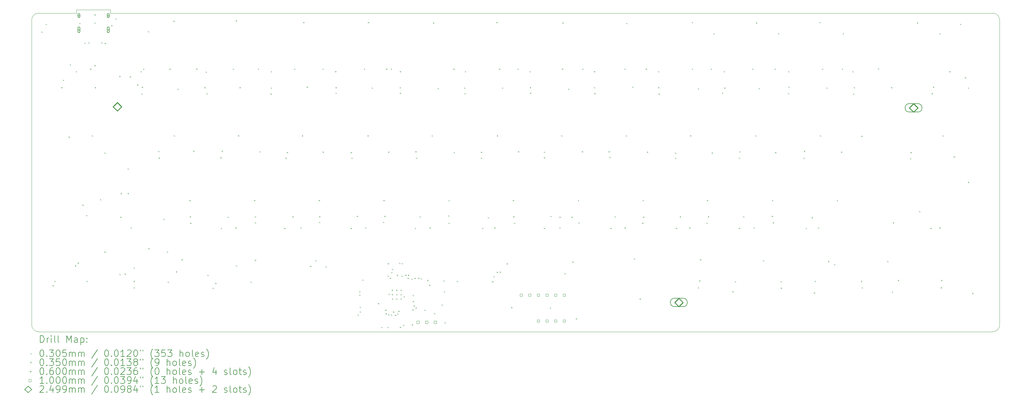
<source format=gbr>
%TF.GenerationSoftware,KiCad,Pcbnew,(6.0.7)*%
%TF.CreationDate,2022-09-11T22:08:25-05:00*%
%TF.ProjectId,PyKey60,50794b65-7936-4302-9e6b-696361645f70,1.1*%
%TF.SameCoordinates,Original*%
%TF.FileFunction,Drillmap*%
%TF.FilePolarity,Positive*%
%FSLAX45Y45*%
G04 Gerber Fmt 4.5, Leading zero omitted, Abs format (unit mm)*
G04 Created by KiCad (PCBNEW (6.0.7)) date 2022-09-11 22:08:25*
%MOMM*%
%LPD*%
G01*
G04 APERTURE LIST*
%ADD10C,0.099060*%
%ADD11C,0.200000*%
%ADD12C,0.030480*%
%ADD13C,0.035000*%
%ADD14C,0.060000*%
%ADD15C,0.100000*%
%ADD16C,0.249936*%
G04 APERTURE END LIST*
D10*
X7551000Y-6392000D02*
X8551000Y-6392000D01*
X7551000Y-6492875D02*
X7551000Y-6392000D01*
X8551000Y-6392000D02*
X8551000Y-6492875D01*
X6432550Y-15890875D02*
X34524950Y-15890875D01*
X7551000Y-6492875D02*
X6432550Y-6492875D01*
X8551000Y-6492875D02*
X34524950Y-6492875D01*
X6229350Y-15687675D02*
G75*
G03*
X6432550Y-15890875I203200J0D01*
G01*
X34728150Y-6696075D02*
G75*
G03*
X34524950Y-6492875I-203200J0D01*
G01*
X34728150Y-15687675D02*
X34728150Y-6696075D01*
X34524950Y-15890875D02*
G75*
G03*
X34728150Y-15687675I0J203200D01*
G01*
X6229350Y-6696075D02*
X6229350Y-15687675D01*
X6432550Y-6492875D02*
G75*
G03*
X6229350Y-6696075I0J-203200D01*
G01*
D11*
D12*
X6512560Y-7036560D02*
X6543040Y-7067040D01*
X6543040Y-7036560D02*
X6512560Y-7067040D01*
X6639560Y-6807960D02*
X6670040Y-6838440D01*
X6670040Y-6807960D02*
X6639560Y-6838440D01*
X6842760Y-14516860D02*
X6873240Y-14547340D01*
X6873240Y-14516860D02*
X6842760Y-14547340D01*
X6896100Y-14389860D02*
X6926580Y-14420340D01*
X6926580Y-14389860D02*
X6896100Y-14420340D01*
X7096760Y-8674860D02*
X7127240Y-8705340D01*
X7127240Y-8674860D02*
X7096760Y-8705340D01*
X7147560Y-8458960D02*
X7178040Y-8489440D01*
X7178040Y-8458960D02*
X7147560Y-8489440D01*
X7312660Y-10135360D02*
X7343140Y-10165840D01*
X7343140Y-10135360D02*
X7312660Y-10165840D01*
X7350760Y-8001760D02*
X7381240Y-8032240D01*
X7381240Y-8001760D02*
X7350760Y-8032240D01*
X7503160Y-13932660D02*
X7533640Y-13963140D01*
X7533640Y-13932660D02*
X7503160Y-13963140D01*
X7528560Y-8204960D02*
X7559040Y-8235440D01*
X7559040Y-8204960D02*
X7528560Y-8235440D01*
X7579360Y-13856460D02*
X7609840Y-13886940D01*
X7609840Y-13856460D02*
X7579360Y-13886940D01*
X7630160Y-6782560D02*
X7660640Y-6813040D01*
X7660640Y-6782560D02*
X7630160Y-6813040D01*
X7719060Y-12141960D02*
X7749540Y-12172440D01*
X7749540Y-12141960D02*
X7719060Y-12172440D01*
X7782560Y-7366760D02*
X7813040Y-7397240D01*
X7813040Y-7366760D02*
X7782560Y-7397240D01*
X7833360Y-12446760D02*
X7863840Y-12477240D01*
X7863840Y-12446760D02*
X7833360Y-12477240D01*
X7846060Y-14389860D02*
X7876540Y-14420340D01*
X7876540Y-14389860D02*
X7846060Y-14420340D01*
X7896860Y-7354060D02*
X7927340Y-7384540D01*
X7927340Y-7354060D02*
X7896860Y-7384540D01*
X7947660Y-8128760D02*
X7978140Y-8159240D01*
X7978140Y-8128760D02*
X7947660Y-8159240D01*
X7998460Y-10097260D02*
X8028940Y-10127740D01*
X8028940Y-10097260D02*
X7998460Y-10127740D01*
X8074660Y-6528560D02*
X8105140Y-6559040D01*
X8105140Y-6528560D02*
X8074660Y-6559040D01*
X8074660Y-6769860D02*
X8105140Y-6800340D01*
X8105140Y-6769860D02*
X8074660Y-6800340D01*
X8074660Y-8027160D02*
X8105140Y-8057640D01*
X8105140Y-8027160D02*
X8074660Y-8057640D01*
X8087360Y-8674860D02*
X8117840Y-8705340D01*
X8117840Y-8674860D02*
X8087360Y-8705340D01*
X8240749Y-11981559D02*
X8271229Y-12012039D01*
X8271229Y-11981559D02*
X8240749Y-12012039D01*
X8277860Y-7354060D02*
X8308340Y-7384540D01*
X8308340Y-7354060D02*
X8277860Y-7384540D01*
X8366760Y-13526260D02*
X8397240Y-13556740D01*
X8397240Y-13526260D02*
X8366760Y-13556740D01*
X8371839Y-10601987D02*
X8402319Y-10632467D01*
X8402319Y-10601987D02*
X8371839Y-10632467D01*
X8379460Y-7366760D02*
X8409940Y-7397240D01*
X8409940Y-7366760D02*
X8379460Y-7397240D01*
X8569960Y-6846060D02*
X8600440Y-6876540D01*
X8600440Y-6846060D02*
X8569960Y-6876540D01*
X8696960Y-6645401D02*
X8727440Y-6675881D01*
X8727440Y-6645401D02*
X8696960Y-6675881D01*
X8807196Y-8343644D02*
X8837676Y-8374124D01*
X8837676Y-8343644D02*
X8807196Y-8374124D01*
X8811260Y-14186660D02*
X8841740Y-14217140D01*
X8841740Y-14186660D02*
X8811260Y-14217140D01*
X8836660Y-12497560D02*
X8867140Y-12528040D01*
X8867140Y-12497560D02*
X8836660Y-12528040D01*
X8849360Y-11799060D02*
X8879840Y-11829540D01*
X8879840Y-11799060D02*
X8849360Y-11829540D01*
X8963660Y-14173960D02*
X8994140Y-14204440D01*
X8994140Y-14173960D02*
X8963660Y-14204440D01*
X9052560Y-11799060D02*
X9083040Y-11829540D01*
X9083040Y-11799060D02*
X9052560Y-11829540D01*
X9053760Y-11073960D02*
X9084240Y-11104440D01*
X9084240Y-11073960D02*
X9053760Y-11104440D01*
X9116060Y-8357360D02*
X9146540Y-8387840D01*
X9146540Y-8357360D02*
X9116060Y-8387840D01*
X9141460Y-12815060D02*
X9171940Y-12845540D01*
X9171940Y-12815060D02*
X9141460Y-12845540D01*
X9230360Y-13996160D02*
X9260840Y-14026640D01*
X9260840Y-13996160D02*
X9230360Y-14026640D01*
X9230360Y-14389860D02*
X9260840Y-14420340D01*
X9260840Y-14389860D02*
X9230360Y-14420340D01*
X9230360Y-14580360D02*
X9260840Y-14610840D01*
X9260840Y-14580360D02*
X9230360Y-14610840D01*
X9331960Y-8598660D02*
X9362440Y-8629140D01*
X9362440Y-8598660D02*
X9331960Y-8629140D01*
X9433560Y-8204960D02*
X9464040Y-8235440D01*
X9464040Y-8204960D02*
X9433560Y-8235440D01*
X9458960Y-8865360D02*
X9489440Y-8895840D01*
X9489440Y-8865360D02*
X9458960Y-8895840D01*
X9471660Y-8662160D02*
X9502140Y-8692640D01*
X9502140Y-8662160D02*
X9471660Y-8692640D01*
X9509760Y-8128760D02*
X9540240Y-8159240D01*
X9540240Y-8128760D02*
X9509760Y-8159240D01*
X9649460Y-7023860D02*
X9679940Y-7054340D01*
X9679940Y-7023860D02*
X9649460Y-7054340D01*
X9662160Y-13424660D02*
X9692640Y-13455140D01*
X9692640Y-13424660D02*
X9662160Y-13455140D01*
X9954260Y-10554460D02*
X9984740Y-10584940D01*
X9984740Y-10554460D02*
X9954260Y-10584940D01*
X9966960Y-10757660D02*
X9997440Y-10788140D01*
X9997440Y-10757660D02*
X9966960Y-10788140D01*
X10106660Y-12561060D02*
X10137140Y-12591540D01*
X10137140Y-12561060D02*
X10106660Y-12591540D01*
X10208260Y-13526260D02*
X10238740Y-13556740D01*
X10238740Y-13526260D02*
X10208260Y-13556740D01*
X10233660Y-14415260D02*
X10264140Y-14445740D01*
X10264140Y-14415260D02*
X10233660Y-14445740D01*
X10284460Y-8128760D02*
X10314940Y-8159240D01*
X10314940Y-8128760D02*
X10284460Y-8159240D01*
X10398760Y-6719060D02*
X10429240Y-6749540D01*
X10429240Y-6719060D02*
X10398760Y-6749540D01*
X10411460Y-10097260D02*
X10441940Y-10127740D01*
X10441940Y-10097260D02*
X10411460Y-10127740D01*
X10474960Y-14110460D02*
X10505440Y-14140940D01*
X10505440Y-14110460D02*
X10474960Y-14140940D01*
X10520678Y-8725660D02*
X10551158Y-8756140D01*
X10551158Y-8725660D02*
X10520678Y-8756140D01*
X10638231Y-13749276D02*
X10668711Y-13779756D01*
X10668711Y-13749276D02*
X10638231Y-13779756D01*
X10868660Y-12004801D02*
X10899140Y-12035281D01*
X10899140Y-12004801D02*
X10868660Y-12035281D01*
X10881360Y-12484860D02*
X10911840Y-12515340D01*
X10911840Y-12484860D02*
X10881360Y-12515340D01*
X10894060Y-12675360D02*
X10924540Y-12705840D01*
X10924540Y-12675360D02*
X10894060Y-12705840D01*
X10982960Y-10554460D02*
X11013440Y-10584940D01*
X11013440Y-10554460D02*
X10982960Y-10584940D01*
X11071860Y-8128760D02*
X11102340Y-8159240D01*
X11102340Y-8128760D02*
X11071860Y-8159240D01*
X11313160Y-8674860D02*
X11343640Y-8705340D01*
X11343640Y-8674860D02*
X11313160Y-8705340D01*
X11351260Y-8217660D02*
X11381740Y-8248140D01*
X11381740Y-8217660D02*
X11351260Y-8248140D01*
X11376660Y-8852660D02*
X11407140Y-8883140D01*
X11407140Y-8852660D02*
X11376660Y-8883140D01*
X11402060Y-14209519D02*
X11432540Y-14239999D01*
X11432540Y-14209519D02*
X11402060Y-14239999D01*
X11554460Y-14593060D02*
X11584940Y-14623540D01*
X11584940Y-14593060D02*
X11554460Y-14623540D01*
X11630660Y-14453360D02*
X11661140Y-14483840D01*
X11661140Y-14453360D02*
X11630660Y-14483840D01*
X11783060Y-10744960D02*
X11813540Y-10775440D01*
X11813540Y-10744960D02*
X11783060Y-10775440D01*
X11795760Y-12827760D02*
X11826240Y-12858240D01*
X11826240Y-12827760D02*
X11795760Y-12858240D01*
X11821160Y-10554460D02*
X11851640Y-10584940D01*
X11851640Y-10554460D02*
X11821160Y-10584940D01*
X11998960Y-12497560D02*
X12029440Y-12528040D01*
X12029440Y-12497560D02*
X11998960Y-12528040D01*
X12151360Y-8128760D02*
X12181840Y-8159240D01*
X12181840Y-8128760D02*
X12151360Y-8159240D01*
X12227560Y-12815060D02*
X12258040Y-12845540D01*
X12258040Y-12815060D02*
X12227560Y-12845540D01*
X12240260Y-6706360D02*
X12270740Y-6736840D01*
X12270740Y-6706360D02*
X12240260Y-6736840D01*
X12240260Y-13932663D02*
X12270740Y-13963143D01*
X12270740Y-13932663D02*
X12240260Y-13963143D01*
X12303760Y-10097260D02*
X12334240Y-10127740D01*
X12334240Y-10097260D02*
X12303760Y-10127740D01*
X12346939Y-8674860D02*
X12377419Y-8705340D01*
X12377419Y-8674860D02*
X12346939Y-8705340D01*
X12672060Y-14415260D02*
X12702540Y-14445740D01*
X12702540Y-14415260D02*
X12672060Y-14445740D01*
X12773660Y-12004801D02*
X12804140Y-12035281D01*
X12804140Y-12004801D02*
X12773660Y-12035281D01*
X12799060Y-12484860D02*
X12829540Y-12515340D01*
X12829540Y-12484860D02*
X12799060Y-12515340D01*
X12799060Y-12662660D02*
X12829540Y-12693140D01*
X12829540Y-12662660D02*
X12799060Y-12693140D01*
X12799060Y-13765020D02*
X12829540Y-13795500D01*
X12829540Y-13765020D02*
X12799060Y-13795500D01*
X12887960Y-8128760D02*
X12918440Y-8159240D01*
X12918440Y-8128760D02*
X12887960Y-8159240D01*
X12938760Y-10567160D02*
X12969240Y-10597640D01*
X12969240Y-10567160D02*
X12938760Y-10597640D01*
X13256260Y-8865360D02*
X13286740Y-8895840D01*
X13286740Y-8865360D02*
X13256260Y-8895840D01*
X13268960Y-8204960D02*
X13299440Y-8235440D01*
X13299440Y-8204960D02*
X13268960Y-8235440D01*
X13268960Y-8687560D02*
X13299440Y-8718040D01*
X13299440Y-8687560D02*
X13268960Y-8718040D01*
X13662660Y-12827760D02*
X13693140Y-12858240D01*
X13693140Y-12827760D02*
X13662660Y-12858240D01*
X13700760Y-10757660D02*
X13731240Y-10788140D01*
X13731240Y-10757660D02*
X13700760Y-10788140D01*
X13738860Y-10592560D02*
X13769340Y-10623040D01*
X13769340Y-10592560D02*
X13738860Y-10623040D01*
X13903960Y-12484860D02*
X13934440Y-12515340D01*
X13934440Y-12484860D02*
X13903960Y-12515340D01*
X13954760Y-8128760D02*
X13985240Y-8159240D01*
X13985240Y-8128760D02*
X13954760Y-8159240D01*
X14145260Y-12815060D02*
X14175740Y-12845540D01*
X14175740Y-12815060D02*
X14145260Y-12845540D01*
X14183360Y-10097260D02*
X14213840Y-10127740D01*
X14213840Y-10097260D02*
X14183360Y-10127740D01*
X14221460Y-6757160D02*
X14251940Y-6787640D01*
X14251940Y-6757160D02*
X14221460Y-6787640D01*
X14323060Y-8662160D02*
X14353540Y-8692640D01*
X14353540Y-8662160D02*
X14323060Y-8692640D01*
X14424660Y-13945360D02*
X14455140Y-13975840D01*
X14455140Y-13945360D02*
X14424660Y-13975840D01*
X14577060Y-13780260D02*
X14607540Y-13810740D01*
X14607540Y-13780260D02*
X14577060Y-13810740D01*
X14678660Y-12004801D02*
X14709140Y-12035281D01*
X14709140Y-12004801D02*
X14678660Y-12035281D01*
X14691360Y-12484860D02*
X14721840Y-12515340D01*
X14721840Y-12484860D02*
X14691360Y-12515340D01*
X14691360Y-12649960D02*
X14721840Y-12680440D01*
X14721840Y-12649960D02*
X14691360Y-12680440D01*
X14792960Y-8128760D02*
X14823440Y-8159240D01*
X14823440Y-8128760D02*
X14792960Y-8159240D01*
X14792960Y-10579860D02*
X14823440Y-10610340D01*
X14823440Y-10579860D02*
X14792960Y-10610340D01*
X14881860Y-13958060D02*
X14912340Y-13988540D01*
X14912340Y-13958060D02*
X14881860Y-13988540D01*
X15161260Y-8204960D02*
X15191740Y-8235440D01*
X15191740Y-8204960D02*
X15161260Y-8235440D01*
X15173960Y-8674860D02*
X15204440Y-8705340D01*
X15204440Y-8674860D02*
X15173960Y-8705340D01*
X15173960Y-8839960D02*
X15204440Y-8870440D01*
X15204440Y-8839960D02*
X15173960Y-8870440D01*
X15618460Y-10592560D02*
X15648940Y-10623040D01*
X15648940Y-10592560D02*
X15618460Y-10623040D01*
X15618460Y-12827760D02*
X15648940Y-12858240D01*
X15648940Y-12827760D02*
X15618460Y-12858240D01*
X15643860Y-10757660D02*
X15674340Y-10788140D01*
X15674340Y-10757660D02*
X15643860Y-10788140D01*
X15796260Y-12472160D02*
X15826740Y-12502640D01*
X15826740Y-12472160D02*
X15796260Y-12502640D01*
X15821660Y-15380460D02*
X15852140Y-15410940D01*
X15852140Y-15380460D02*
X15821660Y-15410940D01*
X15872460Y-14694660D02*
X15902940Y-14725140D01*
X15902940Y-14694660D02*
X15872460Y-14725140D01*
X15872460Y-14796260D02*
X15902940Y-14826740D01*
X15902940Y-14796260D02*
X15872460Y-14826740D01*
X15885160Y-15154401D02*
X15915640Y-15184881D01*
X15915640Y-15154401D02*
X15885160Y-15184881D01*
X15885160Y-15291560D02*
X15915640Y-15322040D01*
X15915640Y-15291560D02*
X15885160Y-15322040D01*
X15961360Y-14351760D02*
X15991840Y-14382240D01*
X15991840Y-14351760D02*
X15961360Y-14382240D01*
X16012160Y-8128760D02*
X16042640Y-8159240D01*
X16042640Y-8128760D02*
X16012160Y-8159240D01*
X16050260Y-12815060D02*
X16080740Y-12845540D01*
X16080740Y-12815060D02*
X16050260Y-12845540D01*
X16113760Y-10097260D02*
X16144240Y-10127740D01*
X16144240Y-10097260D02*
X16113760Y-10127740D01*
X16126460Y-6757160D02*
X16156940Y-6787640D01*
X16156940Y-6757160D02*
X16126460Y-6787640D01*
X16240760Y-8687560D02*
X16271240Y-8718040D01*
X16271240Y-8687560D02*
X16240760Y-8718040D01*
X16425293Y-15044293D02*
X16455773Y-15074773D01*
X16455773Y-15044293D02*
X16425293Y-15074773D01*
X16520160Y-15748760D02*
X16550640Y-15779240D01*
X16550640Y-15748760D02*
X16520160Y-15779240D01*
X16570960Y-12649960D02*
X16601440Y-12680440D01*
X16601440Y-12649960D02*
X16570960Y-12680440D01*
X16583660Y-12004801D02*
X16614140Y-12035281D01*
X16614140Y-12004801D02*
X16583660Y-12035281D01*
X16609060Y-12472160D02*
X16639540Y-12502640D01*
X16639540Y-12472160D02*
X16609060Y-12502640D01*
X16634460Y-15238219D02*
X16664940Y-15268699D01*
X16664940Y-15238219D02*
X16634460Y-15268699D01*
X16647160Y-15344900D02*
X16677640Y-15375380D01*
X16677640Y-15344900D02*
X16647160Y-15375380D01*
X16659860Y-8128760D02*
X16690340Y-8159240D01*
X16690340Y-8128760D02*
X16659860Y-8159240D01*
X16697960Y-15748760D02*
X16728440Y-15779240D01*
X16728440Y-15748760D02*
X16697960Y-15779240D01*
X16708119Y-14232382D02*
X16738599Y-14262862D01*
X16738599Y-14232382D02*
X16708119Y-14262862D01*
X16710660Y-13869160D02*
X16741140Y-13899640D01*
X16741140Y-13869160D02*
X16710660Y-13899640D01*
X16723360Y-10579860D02*
X16753840Y-10610340D01*
X16753840Y-10579860D02*
X16723360Y-10610340D01*
X16729132Y-15368527D02*
X16759612Y-15399007D01*
X16759612Y-15368527D02*
X16729132Y-15399007D01*
X16736060Y-14770860D02*
X16766540Y-14801340D01*
X16766540Y-14770860D02*
X16736060Y-14801340D01*
X16771619Y-14298603D02*
X16802099Y-14329083D01*
X16802099Y-14298603D02*
X16771619Y-14329083D01*
X16799560Y-8128760D02*
X16830040Y-8159240D01*
X16830040Y-8128760D02*
X16799560Y-8159240D01*
X16804397Y-15380460D02*
X16834877Y-15410940D01*
X16834877Y-15380460D02*
X16804397Y-15410940D01*
X16816973Y-14130383D02*
X16847453Y-14160863D01*
X16847453Y-14130383D02*
X16816973Y-14160863D01*
X16837660Y-14034260D02*
X16868140Y-14064740D01*
X16868140Y-14034260D02*
X16837660Y-14064740D01*
X16868599Y-15295624D02*
X16899079Y-15326104D01*
X16899079Y-15295624D02*
X16868599Y-15326104D01*
X16924069Y-15393160D02*
X16954549Y-15423640D01*
X16954549Y-15393160D02*
X16924069Y-15423640D01*
X16978963Y-14210248D02*
X17009443Y-14240728D01*
X17009443Y-14210248D02*
X16978963Y-14240728D01*
X16990060Y-15355060D02*
X17020540Y-15385540D01*
X17020540Y-15355060D02*
X16990060Y-15385540D01*
X17023463Y-15273399D02*
X17053943Y-15303879D01*
X17053943Y-15273399D02*
X17023463Y-15303879D01*
X17050594Y-13853910D02*
X17081074Y-13884390D01*
X17081074Y-13853910D02*
X17050594Y-13884390D01*
X17066260Y-8204960D02*
X17096740Y-8235440D01*
X17096740Y-8204960D02*
X17066260Y-8235440D01*
X17066260Y-8674860D02*
X17096740Y-8705340D01*
X17096740Y-8674860D02*
X17066260Y-8705340D01*
X17066260Y-8839960D02*
X17096740Y-8870440D01*
X17096740Y-8839960D02*
X17066260Y-8870440D01*
X17066260Y-15748760D02*
X17096740Y-15779240D01*
X17096740Y-15748760D02*
X17066260Y-15779240D01*
X17118000Y-14237460D02*
X17148480Y-14267940D01*
X17148480Y-14237460D02*
X17118000Y-14267940D01*
X17125806Y-13866152D02*
X17156286Y-13896632D01*
X17156286Y-13866152D02*
X17125806Y-13896632D01*
X17167860Y-15685260D02*
X17198340Y-15715740D01*
X17198340Y-15685260D02*
X17167860Y-15715740D01*
X17180836Y-14842871D02*
X17211316Y-14873351D01*
X17211316Y-14842871D02*
X17180836Y-14873351D01*
X17225097Y-14205797D02*
X17255577Y-14236277D01*
X17255577Y-14205797D02*
X17225097Y-14236277D01*
X17294860Y-14300960D02*
X17325340Y-14331440D01*
X17325340Y-14300960D02*
X17294860Y-14331440D01*
X17307560Y-14212060D02*
X17338040Y-14242540D01*
X17338040Y-14212060D02*
X17307560Y-14242540D01*
X17409160Y-14326360D02*
X17439640Y-14356840D01*
X17439640Y-14326360D02*
X17409160Y-14356840D01*
X17421860Y-15672560D02*
X17452340Y-15703040D01*
X17452340Y-15672560D02*
X17421860Y-15703040D01*
X17437100Y-15232632D02*
X17467580Y-15263112D01*
X17467580Y-15232632D02*
X17437100Y-15263112D01*
X17445559Y-14801134D02*
X17476039Y-14831614D01*
X17476039Y-14801134D02*
X17445559Y-14831614D01*
X17445559Y-14986613D02*
X17476039Y-15017093D01*
X17476039Y-14986613D02*
X17445559Y-15017093D01*
X17474615Y-15113760D02*
X17505095Y-15144240D01*
X17505095Y-15113760D02*
X17474615Y-15144240D01*
X17498060Y-14300960D02*
X17528540Y-14331440D01*
X17528540Y-14300960D02*
X17498060Y-14331440D01*
X17510760Y-12827760D02*
X17541240Y-12858240D01*
X17541240Y-12827760D02*
X17510760Y-12858240D01*
X17523460Y-10567160D02*
X17553940Y-10597640D01*
X17553940Y-10567160D02*
X17523460Y-10597640D01*
X17529381Y-15177260D02*
X17559861Y-15207740D01*
X17559861Y-15177260D02*
X17529381Y-15207740D01*
X17548860Y-10757660D02*
X17579340Y-10788140D01*
X17579340Y-10757660D02*
X17548860Y-10788140D01*
X17599660Y-14300960D02*
X17630140Y-14331440D01*
X17630140Y-14300960D02*
X17599660Y-14331440D01*
X17650460Y-12484860D02*
X17680940Y-12515340D01*
X17680940Y-12484860D02*
X17650460Y-12515340D01*
X17675860Y-14313660D02*
X17706340Y-14344140D01*
X17706340Y-14313660D02*
X17675860Y-14344140D01*
X17790160Y-15240760D02*
X17820640Y-15271240D01*
X17820640Y-15240760D02*
X17790160Y-15271240D01*
X17876939Y-14362339D02*
X17907419Y-14392819D01*
X17907419Y-14362339D02*
X17876939Y-14392819D01*
X17929477Y-14503777D02*
X17959957Y-14534257D01*
X17959957Y-14503777D02*
X17929477Y-14534257D01*
X17942560Y-12815060D02*
X17973040Y-12845540D01*
X17973040Y-12815060D02*
X17942560Y-12845540D01*
X18006060Y-10097260D02*
X18036540Y-10127740D01*
X18036540Y-10097260D02*
X18006060Y-10127740D01*
X18044160Y-6769860D02*
X18074640Y-6800340D01*
X18074640Y-6769860D02*
X18044160Y-6800340D01*
X18076213Y-15334738D02*
X18106693Y-15365218D01*
X18106693Y-15334738D02*
X18076213Y-15365218D01*
X18183860Y-8700260D02*
X18214340Y-8730740D01*
X18214340Y-8700260D02*
X18183860Y-8730740D01*
X18298160Y-15088360D02*
X18328640Y-15118840D01*
X18328640Y-15088360D02*
X18298160Y-15118840D01*
X18348960Y-14377160D02*
X18379440Y-14407640D01*
X18379440Y-14377160D02*
X18348960Y-14407640D01*
X18361660Y-14694660D02*
X18392140Y-14725140D01*
X18392140Y-14694660D02*
X18361660Y-14725140D01*
X18386191Y-15609929D02*
X18416671Y-15640409D01*
X18416671Y-15609929D02*
X18386191Y-15640409D01*
X18488660Y-12459460D02*
X18519140Y-12489940D01*
X18519140Y-12459460D02*
X18488660Y-12489940D01*
X18501360Y-12004801D02*
X18531840Y-12035281D01*
X18531840Y-12004801D02*
X18501360Y-12035281D01*
X18501360Y-12675360D02*
X18531840Y-12705840D01*
X18531840Y-12675360D02*
X18501360Y-12705840D01*
X18641060Y-8128760D02*
X18671540Y-8159240D01*
X18671540Y-8128760D02*
X18641060Y-8159240D01*
X18653760Y-10592560D02*
X18684240Y-10623040D01*
X18684240Y-10592560D02*
X18653760Y-10623040D01*
X18742660Y-14389860D02*
X18773140Y-14420340D01*
X18773140Y-14389860D02*
X18742660Y-14420340D01*
X18958560Y-8687560D02*
X18989040Y-8718040D01*
X18989040Y-8687560D02*
X18958560Y-8718040D01*
X18971260Y-8852660D02*
X19001740Y-8883140D01*
X19001740Y-8852660D02*
X18971260Y-8883140D01*
X18983960Y-8204960D02*
X19014440Y-8235440D01*
X19014440Y-8204960D02*
X18983960Y-8235440D01*
X19456401Y-10582730D02*
X19486881Y-10613210D01*
X19486881Y-10582730D02*
X19456401Y-10613210D01*
X19456401Y-10757660D02*
X19486881Y-10788140D01*
X19486881Y-10757660D02*
X19456401Y-10788140D01*
X19491960Y-12827760D02*
X19522440Y-12858240D01*
X19522440Y-12827760D02*
X19491960Y-12858240D01*
X19657060Y-12510260D02*
X19687540Y-12540740D01*
X19687540Y-12510260D02*
X19657060Y-12540740D01*
X19784060Y-14402560D02*
X19814540Y-14433040D01*
X19814540Y-14402560D02*
X19784060Y-14433040D01*
X19822160Y-14250160D02*
X19852640Y-14280640D01*
X19852640Y-14250160D02*
X19822160Y-14280640D01*
X19847560Y-12812519D02*
X19878040Y-12842999D01*
X19878040Y-12812519D02*
X19847560Y-12842999D01*
X19911060Y-6757160D02*
X19941540Y-6787640D01*
X19941540Y-6757160D02*
X19911060Y-6787640D01*
X19919105Y-14120619D02*
X19949585Y-14151099D01*
X19949585Y-14120619D02*
X19919105Y-14151099D01*
X19923760Y-10097260D02*
X19954240Y-10127740D01*
X19954240Y-10097260D02*
X19923760Y-10127740D01*
X19987260Y-8128760D02*
X20017740Y-8159240D01*
X20017740Y-8128760D02*
X19987260Y-8159240D01*
X20007393Y-14116492D02*
X20037873Y-14146972D01*
X20037873Y-14116492D02*
X20007393Y-14146972D01*
X20076160Y-8687560D02*
X20106640Y-8718040D01*
X20106640Y-8687560D02*
X20076160Y-8718040D01*
X20211163Y-13874232D02*
X20241643Y-13904712D01*
X20241643Y-13874232D02*
X20211163Y-13904712D01*
X20342860Y-15164560D02*
X20373340Y-15195040D01*
X20373340Y-15164560D02*
X20342860Y-15195040D01*
X20393660Y-12004801D02*
X20424140Y-12035281D01*
X20424140Y-12004801D02*
X20393660Y-12035281D01*
X20406360Y-12484860D02*
X20436840Y-12515340D01*
X20436840Y-12484860D02*
X20406360Y-12515340D01*
X20431760Y-12675360D02*
X20462240Y-12705840D01*
X20462240Y-12675360D02*
X20431760Y-12705840D01*
X20533360Y-8128760D02*
X20563840Y-8159240D01*
X20563840Y-8128760D02*
X20533360Y-8159240D01*
X20546060Y-10567160D02*
X20576540Y-10597640D01*
X20576540Y-10567160D02*
X20546060Y-10597640D01*
X20888960Y-8204960D02*
X20919440Y-8235440D01*
X20919440Y-8204960D02*
X20888960Y-8235440D01*
X20898560Y-8671760D02*
X20929040Y-8702240D01*
X20929040Y-8671760D02*
X20898560Y-8702240D01*
X20901660Y-8839960D02*
X20932140Y-8870440D01*
X20932140Y-8839960D02*
X20901660Y-8870440D01*
X21308060Y-10579860D02*
X21338540Y-10610340D01*
X21338540Y-10579860D02*
X21308060Y-10610340D01*
X21308060Y-10744960D02*
X21338540Y-10775440D01*
X21338540Y-10744960D02*
X21308060Y-10775440D01*
X21308060Y-12827760D02*
X21338540Y-12858240D01*
X21338540Y-12827760D02*
X21308060Y-12858240D01*
X21485860Y-15177260D02*
X21516340Y-15207740D01*
X21516340Y-15177260D02*
X21485860Y-15207740D01*
X21498560Y-12472160D02*
X21529040Y-12502640D01*
X21529040Y-12472160D02*
X21498560Y-12502640D01*
X21765260Y-12497560D02*
X21795740Y-12528040D01*
X21795740Y-12497560D02*
X21765260Y-12528040D01*
X21765260Y-12815060D02*
X21795740Y-12845540D01*
X21795740Y-12815060D02*
X21765260Y-12845540D01*
X21816060Y-10097260D02*
X21846540Y-10127740D01*
X21846540Y-10097260D02*
X21816060Y-10127740D01*
X21841460Y-8128760D02*
X21871940Y-8159240D01*
X21871940Y-8128760D02*
X21841460Y-8159240D01*
X21854160Y-6769860D02*
X21884640Y-6800340D01*
X21884640Y-6769860D02*
X21854160Y-6800340D01*
X21917660Y-14161260D02*
X21948140Y-14191740D01*
X21948140Y-14161260D02*
X21917660Y-14191740D01*
X22023676Y-8721244D02*
X22054156Y-8751724D01*
X22054156Y-8721244D02*
X22023676Y-8751724D01*
X22120860Y-12497560D02*
X22151340Y-12528040D01*
X22151340Y-12497560D02*
X22120860Y-12528040D01*
X22146260Y-13818360D02*
X22176740Y-13848840D01*
X22176740Y-13818360D02*
X22146260Y-13848840D01*
X22247860Y-15494760D02*
X22278340Y-15525240D01*
X22278340Y-15494760D02*
X22247860Y-15525240D01*
X22311360Y-12004801D02*
X22341840Y-12035281D01*
X22341840Y-12004801D02*
X22311360Y-12035281D01*
X22324060Y-12662660D02*
X22354540Y-12693140D01*
X22354540Y-12662660D02*
X22324060Y-12693140D01*
X22425660Y-10567160D02*
X22456140Y-10597640D01*
X22456140Y-10567160D02*
X22425660Y-10597640D01*
X22438360Y-8128760D02*
X22468840Y-8159240D01*
X22468840Y-8128760D02*
X22438360Y-8159240D01*
X22781260Y-8204960D02*
X22811740Y-8235440D01*
X22811740Y-8204960D02*
X22781260Y-8235440D01*
X22781260Y-8674860D02*
X22811740Y-8705340D01*
X22811740Y-8674860D02*
X22781260Y-8705340D01*
X22793960Y-8852660D02*
X22824440Y-8883140D01*
X22824440Y-8852660D02*
X22793960Y-8883140D01*
X23213060Y-10567160D02*
X23243540Y-10597640D01*
X23243540Y-10567160D02*
X23213060Y-10597640D01*
X23238460Y-10732260D02*
X23268940Y-10762740D01*
X23268940Y-10732260D02*
X23238460Y-10762740D01*
X23263860Y-12827760D02*
X23294340Y-12858240D01*
X23294340Y-12827760D02*
X23263860Y-12858240D01*
X23390860Y-12484860D02*
X23421340Y-12515340D01*
X23421340Y-12484860D02*
X23390860Y-12515340D01*
X23682960Y-8128760D02*
X23713440Y-8159240D01*
X23713440Y-8128760D02*
X23682960Y-8159240D01*
X23682960Y-12815060D02*
X23713440Y-12845540D01*
X23713440Y-12815060D02*
X23682960Y-12845540D01*
X23721060Y-10097260D02*
X23751540Y-10127740D01*
X23751540Y-10097260D02*
X23721060Y-10127740D01*
X23733760Y-6782560D02*
X23764240Y-6813040D01*
X23764240Y-6782560D02*
X23733760Y-6813040D01*
X23911560Y-8662160D02*
X23942040Y-8692640D01*
X23942040Y-8662160D02*
X23911560Y-8692640D01*
X23957134Y-13727558D02*
X23987614Y-13758038D01*
X23987614Y-13727558D02*
X23957134Y-13758038D01*
X24127460Y-14910560D02*
X24157940Y-14941040D01*
X24157940Y-14910560D02*
X24127460Y-14941040D01*
X24203660Y-12675360D02*
X24234140Y-12705840D01*
X24234140Y-12675360D02*
X24203660Y-12705840D01*
X24216360Y-12004801D02*
X24246840Y-12035281D01*
X24246840Y-12004801D02*
X24216360Y-12035281D01*
X24229060Y-12497560D02*
X24259540Y-12528040D01*
X24259540Y-12497560D02*
X24229060Y-12528040D01*
X24305260Y-8128760D02*
X24335740Y-8159240D01*
X24335740Y-8128760D02*
X24305260Y-8159240D01*
X24343360Y-10579860D02*
X24373840Y-10610340D01*
X24373840Y-10579860D02*
X24343360Y-10610340D01*
X24673560Y-8204960D02*
X24704040Y-8235440D01*
X24704040Y-8204960D02*
X24673560Y-8235440D01*
X24673560Y-8674860D02*
X24704040Y-8705340D01*
X24704040Y-8674860D02*
X24673560Y-8705340D01*
X24686260Y-8865360D02*
X24716740Y-8895840D01*
X24716740Y-8865360D02*
X24686260Y-8895840D01*
X25168860Y-10605260D02*
X25199340Y-10635740D01*
X25199340Y-10605260D02*
X25168860Y-10635740D01*
X25168860Y-10757660D02*
X25199340Y-10788140D01*
X25199340Y-10757660D02*
X25168860Y-10788140D01*
X25194260Y-12827760D02*
X25224740Y-12858240D01*
X25224740Y-12827760D02*
X25194260Y-12858240D01*
X25308560Y-12484860D02*
X25339040Y-12515340D01*
X25339040Y-12484860D02*
X25308560Y-12515340D01*
X25587960Y-12815060D02*
X25618440Y-12845540D01*
X25618440Y-12815060D02*
X25587960Y-12845540D01*
X25613360Y-10097260D02*
X25643840Y-10127740D01*
X25643840Y-10097260D02*
X25613360Y-10127740D01*
X25664160Y-6757160D02*
X25694640Y-6787640D01*
X25694640Y-6757160D02*
X25664160Y-6787640D01*
X25664160Y-8128760D02*
X25694640Y-8159240D01*
X25694640Y-8128760D02*
X25664160Y-8159240D01*
X25841960Y-8712960D02*
X25872440Y-8743440D01*
X25872440Y-8712960D02*
X25841960Y-8743440D01*
X25841960Y-14580360D02*
X25872440Y-14610840D01*
X25872440Y-14580360D02*
X25841960Y-14610840D01*
X25880060Y-14377160D02*
X25910540Y-14407640D01*
X25910540Y-14377160D02*
X25880060Y-14407640D01*
X25905460Y-13749776D02*
X25935940Y-13780256D01*
X25935940Y-13749776D02*
X25905460Y-13780256D01*
X26095960Y-12675360D02*
X26126440Y-12705840D01*
X26126440Y-12675360D02*
X26095960Y-12705840D01*
X26108660Y-12004801D02*
X26139140Y-12035281D01*
X26139140Y-12004801D02*
X26108660Y-12035281D01*
X26137160Y-12481760D02*
X26167640Y-12512240D01*
X26167640Y-12481760D02*
X26137160Y-12512240D01*
X26222960Y-8128760D02*
X26253440Y-8159240D01*
X26253440Y-8128760D02*
X26222960Y-8159240D01*
X26248360Y-10605260D02*
X26278840Y-10635740D01*
X26278840Y-10605260D02*
X26248360Y-10635740D01*
X26299160Y-7087360D02*
X26329640Y-7117840D01*
X26329640Y-7087360D02*
X26299160Y-7117840D01*
X26553160Y-8839960D02*
X26583640Y-8870440D01*
X26583640Y-8839960D02*
X26553160Y-8870440D01*
X26603960Y-8204960D02*
X26634440Y-8235440D01*
X26634440Y-8204960D02*
X26603960Y-8235440D01*
X26616660Y-8687560D02*
X26647140Y-8718040D01*
X26647140Y-8687560D02*
X26616660Y-8718040D01*
X26857960Y-14694660D02*
X26888440Y-14725140D01*
X26888440Y-14694660D02*
X26857960Y-14725140D01*
X26934160Y-14402560D02*
X26964640Y-14433040D01*
X26964640Y-14402560D02*
X26934160Y-14433040D01*
X27048460Y-10757660D02*
X27078940Y-10788140D01*
X27078940Y-10757660D02*
X27048460Y-10788140D01*
X27048460Y-12827760D02*
X27078940Y-12858240D01*
X27078940Y-12827760D02*
X27048460Y-12858240D01*
X27061160Y-10567160D02*
X27091640Y-10597640D01*
X27091640Y-10567160D02*
X27061160Y-10597640D01*
X27175460Y-12484860D02*
X27205940Y-12515340D01*
X27205940Y-12484860D02*
X27175460Y-12515340D01*
X27442160Y-8128760D02*
X27472640Y-8159240D01*
X27472640Y-8128760D02*
X27442160Y-8159240D01*
X27480260Y-12815060D02*
X27510740Y-12845540D01*
X27510740Y-12815060D02*
X27480260Y-12845540D01*
X27531060Y-10097260D02*
X27561540Y-10127740D01*
X27561540Y-10097260D02*
X27531060Y-10127740D01*
X27553360Y-6766760D02*
X27583840Y-6797240D01*
X27583840Y-6766760D02*
X27553360Y-6797240D01*
X27632660Y-8700260D02*
X27663140Y-8730740D01*
X27663140Y-8700260D02*
X27632660Y-8730740D01*
X27759660Y-13780257D02*
X27790140Y-13810737D01*
X27790140Y-13780257D02*
X27759660Y-13810737D01*
X28013660Y-12472160D02*
X28044140Y-12502640D01*
X28044140Y-12472160D02*
X28013660Y-12502640D01*
X28026360Y-12004801D02*
X28056840Y-12035281D01*
X28056840Y-12004801D02*
X28026360Y-12035281D01*
X28051760Y-12662660D02*
X28082240Y-12693140D01*
X28082240Y-12662660D02*
X28051760Y-12693140D01*
X28102560Y-8128760D02*
X28133040Y-8159240D01*
X28133040Y-8128760D02*
X28102560Y-8159240D01*
X28115260Y-10592560D02*
X28145740Y-10623040D01*
X28145740Y-10592560D02*
X28115260Y-10623040D01*
X28204160Y-7087360D02*
X28234640Y-7117840D01*
X28234640Y-7087360D02*
X28204160Y-7117840D01*
X28280360Y-14402560D02*
X28310840Y-14433040D01*
X28310840Y-14402560D02*
X28280360Y-14433040D01*
X28280360Y-14593060D02*
X28310840Y-14623540D01*
X28310840Y-14593060D02*
X28280360Y-14623540D01*
X28496260Y-8852660D02*
X28526740Y-8883140D01*
X28526740Y-8852660D02*
X28496260Y-8883140D01*
X28500070Y-8204960D02*
X28530550Y-8235440D01*
X28530550Y-8204960D02*
X28500070Y-8235440D01*
X28508960Y-8662160D02*
X28539440Y-8692640D01*
X28539440Y-8662160D02*
X28508960Y-8692640D01*
X28953460Y-10757660D02*
X28983940Y-10788140D01*
X28983940Y-10757660D02*
X28953460Y-10788140D01*
X28966160Y-10554460D02*
X28996640Y-10584940D01*
X28996640Y-10554460D02*
X28966160Y-10584940D01*
X29016960Y-12827760D02*
X29047440Y-12858240D01*
X29047440Y-12827760D02*
X29016960Y-12858240D01*
X29194760Y-12510260D02*
X29225240Y-12540740D01*
X29225240Y-12510260D02*
X29194760Y-12540740D01*
X29258260Y-14732760D02*
X29288740Y-14763240D01*
X29288740Y-14732760D02*
X29258260Y-14763240D01*
X29283660Y-14389860D02*
X29314140Y-14420340D01*
X29314140Y-14389860D02*
X29283660Y-14420340D01*
X29385260Y-12815060D02*
X29415740Y-12845540D01*
X29415740Y-12815060D02*
X29385260Y-12845540D01*
X29423360Y-6757160D02*
X29453840Y-6787640D01*
X29453840Y-6757160D02*
X29423360Y-6787640D01*
X29436060Y-10097260D02*
X29466540Y-10127740D01*
X29466540Y-10097260D02*
X29436060Y-10127740D01*
X29499560Y-8128760D02*
X29530040Y-8159240D01*
X29530040Y-8128760D02*
X29499560Y-8159240D01*
X29626560Y-8687560D02*
X29657040Y-8718040D01*
X29657040Y-8687560D02*
X29626560Y-8718040D01*
X29677360Y-13805660D02*
X29707840Y-13836140D01*
X29707840Y-13805660D02*
X29677360Y-13836140D01*
X29855160Y-13894560D02*
X29885640Y-13925040D01*
X29885640Y-13894560D02*
X29855160Y-13925040D01*
X29931360Y-12004801D02*
X29961840Y-12035281D01*
X29961840Y-12004801D02*
X29931360Y-12035281D01*
X30058360Y-10579860D02*
X30088840Y-10610340D01*
X30088840Y-10579860D02*
X30058360Y-10610340D01*
X30083760Y-8128760D02*
X30114240Y-8159240D01*
X30114240Y-8128760D02*
X30083760Y-8159240D01*
X30109160Y-7087360D02*
X30139640Y-7117840D01*
X30139640Y-7087360D02*
X30109160Y-7117840D01*
X30388560Y-8204960D02*
X30419040Y-8235440D01*
X30419040Y-8204960D02*
X30388560Y-8235440D01*
X30413960Y-8865360D02*
X30444440Y-8895840D01*
X30444440Y-8865360D02*
X30413960Y-8895840D01*
X30436260Y-8671760D02*
X30466740Y-8702240D01*
X30466740Y-8671760D02*
X30436260Y-8702240D01*
X30642560Y-14389860D02*
X30673040Y-14420340D01*
X30673040Y-14389860D02*
X30642560Y-14420340D01*
X30655260Y-10109960D02*
X30685740Y-10140440D01*
X30685740Y-10109960D02*
X30655260Y-10140440D01*
X30667960Y-14580360D02*
X30698440Y-14610840D01*
X30698440Y-14580360D02*
X30667960Y-14610840D01*
X31145809Y-8121576D02*
X31176289Y-8152056D01*
X31176289Y-8121576D02*
X31145809Y-8152056D01*
X31417260Y-13805660D02*
X31447740Y-13836140D01*
X31447740Y-13805660D02*
X31417260Y-13836140D01*
X31531560Y-8674860D02*
X31562040Y-8705340D01*
X31562040Y-8674860D02*
X31531560Y-8705340D01*
X31556960Y-14707360D02*
X31587440Y-14737840D01*
X31587440Y-14707360D02*
X31556960Y-14737840D01*
X31582360Y-12662660D02*
X31612840Y-12693140D01*
X31612840Y-12662660D02*
X31582360Y-12693140D01*
X31734760Y-14364460D02*
X31765240Y-14394940D01*
X31765240Y-14364460D02*
X31734760Y-14394940D01*
X32090360Y-10770360D02*
X32120840Y-10800840D01*
X32120840Y-10770360D02*
X32090360Y-10800840D01*
X32103060Y-10592560D02*
X32133540Y-10623040D01*
X32133540Y-10592560D02*
X32103060Y-10623040D01*
X32293560Y-6769860D02*
X32324040Y-6800340D01*
X32324040Y-6769860D02*
X32293560Y-6800340D01*
X32357061Y-12332460D02*
X32387541Y-12362940D01*
X32387541Y-12332460D02*
X32357061Y-12362940D01*
X32687260Y-12827760D02*
X32717740Y-12858240D01*
X32717740Y-12827760D02*
X32687260Y-12858240D01*
X32725360Y-8852660D02*
X32755840Y-8883140D01*
X32755840Y-8852660D02*
X32725360Y-8883140D01*
X32763460Y-8662160D02*
X32793940Y-8692640D01*
X32793940Y-8662160D02*
X32763460Y-8692640D01*
X32953960Y-7087360D02*
X32984440Y-7117840D01*
X32984440Y-7087360D02*
X32953960Y-7117840D01*
X32953960Y-12815060D02*
X32984440Y-12845540D01*
X32984440Y-12815060D02*
X32953960Y-12845540D01*
X32992060Y-14580360D02*
X33022540Y-14610840D01*
X33022540Y-14580360D02*
X32992060Y-14610840D01*
X33004760Y-14364460D02*
X33035240Y-14394940D01*
X33035240Y-14364460D02*
X33004760Y-14394940D01*
X33042860Y-10097260D02*
X33073340Y-10127740D01*
X33073340Y-10097260D02*
X33042860Y-10127740D01*
X33246060Y-8204960D02*
X33276540Y-8235440D01*
X33276540Y-8204960D02*
X33246060Y-8235440D01*
X33373060Y-10719560D02*
X33403540Y-10750040D01*
X33403540Y-10719560D02*
X33373060Y-10750040D01*
X33563560Y-6807960D02*
X33594040Y-6838440D01*
X33594040Y-6807960D02*
X33563560Y-6838440D01*
X33703260Y-8382760D02*
X33733740Y-8413240D01*
X33733740Y-8382760D02*
X33703260Y-8413240D01*
X33792160Y-8687560D02*
X33822640Y-8718040D01*
X33822640Y-8687560D02*
X33792160Y-8718040D01*
X33792160Y-11468860D02*
X33822640Y-11499340D01*
X33822640Y-11468860D02*
X33792160Y-11499340D01*
X33919160Y-14745460D02*
X33949640Y-14775940D01*
X33949640Y-14745460D02*
X33919160Y-14775940D01*
D13*
X16869900Y-14671300D02*
G75*
G03*
X16869900Y-14671300I-17500J0D01*
G01*
X16869900Y-14798800D02*
G75*
G03*
X16869900Y-14798800I-17500J0D01*
G01*
X16869900Y-14926300D02*
G75*
G03*
X16869900Y-14926300I-17500J0D01*
G01*
X16997400Y-14671300D02*
G75*
G03*
X16997400Y-14671300I-17500J0D01*
G01*
X16997400Y-14798800D02*
G75*
G03*
X16997400Y-14798800I-17500J0D01*
G01*
X16997400Y-14926300D02*
G75*
G03*
X16997400Y-14926300I-17500J0D01*
G01*
X17124900Y-14671300D02*
G75*
G03*
X17124900Y-14671300I-17500J0D01*
G01*
X17124900Y-14798800D02*
G75*
G03*
X17124900Y-14798800I-17500J0D01*
G01*
X17124900Y-14926300D02*
G75*
G03*
X17124900Y-14926300I-17500J0D01*
G01*
D14*
X7619800Y-6535800D02*
X7619800Y-6595800D01*
X7589800Y-6565800D02*
X7649800Y-6565800D01*
D11*
X7589800Y-6535800D02*
X7589800Y-6595800D01*
X7649800Y-6535800D02*
X7649800Y-6595800D01*
X7589800Y-6595800D02*
G75*
G03*
X7649800Y-6595800I30000J0D01*
G01*
X7649800Y-6535800D02*
G75*
G03*
X7589800Y-6535800I-30000J0D01*
G01*
D14*
X7619800Y-6953800D02*
X7619800Y-7013800D01*
X7589800Y-6983800D02*
X7649800Y-6983800D01*
D11*
X7589800Y-6928800D02*
X7589800Y-7038800D01*
X7649800Y-6928800D02*
X7649800Y-7038800D01*
X7589800Y-7038800D02*
G75*
G03*
X7649800Y-7038800I30000J0D01*
G01*
X7649800Y-6928800D02*
G75*
G03*
X7589800Y-6928800I-30000J0D01*
G01*
D14*
X8483800Y-6535800D02*
X8483800Y-6595800D01*
X8453800Y-6565800D02*
X8513800Y-6565800D01*
D11*
X8453800Y-6535800D02*
X8453800Y-6595800D01*
X8513800Y-6535800D02*
X8513800Y-6595800D01*
X8453800Y-6595800D02*
G75*
G03*
X8513800Y-6595800I30000J0D01*
G01*
X8513800Y-6535800D02*
G75*
G03*
X8453800Y-6535800I-30000J0D01*
G01*
D14*
X8483800Y-6953800D02*
X8483800Y-7013800D01*
X8453800Y-6983800D02*
X8513800Y-6983800D01*
D11*
X8453800Y-6928800D02*
X8453800Y-7038800D01*
X8513800Y-6928800D02*
X8513800Y-7038800D01*
X8453800Y-7038800D02*
G75*
G03*
X8513800Y-7038800I30000J0D01*
G01*
X8513800Y-6928800D02*
G75*
G03*
X8453800Y-6928800I-30000J0D01*
G01*
D15*
X17637556Y-15646956D02*
X17637556Y-15576244D01*
X17566844Y-15576244D01*
X17566844Y-15646956D01*
X17637556Y-15646956D01*
X17891556Y-15646956D02*
X17891556Y-15576244D01*
X17820844Y-15576244D01*
X17820844Y-15646956D01*
X17891556Y-15646956D01*
X18145556Y-15646956D02*
X18145556Y-15576244D01*
X18074844Y-15576244D01*
X18074844Y-15646956D01*
X18145556Y-15646956D01*
X20672856Y-14846856D02*
X20672856Y-14776144D01*
X20602144Y-14776144D01*
X20602144Y-14846856D01*
X20672856Y-14846856D01*
X20926856Y-14846856D02*
X20926856Y-14776144D01*
X20856144Y-14776144D01*
X20856144Y-14846856D01*
X20926856Y-14846856D01*
X21180856Y-14846856D02*
X21180856Y-14776144D01*
X21110144Y-14776144D01*
X21110144Y-14846856D01*
X21180856Y-14846856D01*
X21180856Y-15608856D02*
X21180856Y-15538144D01*
X21110144Y-15538144D01*
X21110144Y-15608856D01*
X21180856Y-15608856D01*
X21434856Y-14846856D02*
X21434856Y-14776144D01*
X21364144Y-14776144D01*
X21364144Y-14846856D01*
X21434856Y-14846856D01*
X21434856Y-15608856D02*
X21434856Y-15538144D01*
X21364144Y-15538144D01*
X21364144Y-15608856D01*
X21434856Y-15608856D01*
X21688856Y-14846856D02*
X21688856Y-14776144D01*
X21618144Y-14776144D01*
X21618144Y-14846856D01*
X21688856Y-14846856D01*
X21688856Y-15608856D02*
X21688856Y-15538144D01*
X21618144Y-15538144D01*
X21618144Y-15608856D01*
X21688856Y-15608856D01*
X21942856Y-14846856D02*
X21942856Y-14776144D01*
X21872144Y-14776144D01*
X21872144Y-14846856D01*
X21942856Y-14846856D01*
X21942856Y-15608856D02*
X21942856Y-15538144D01*
X21872144Y-15538144D01*
X21872144Y-15608856D01*
X21942856Y-15608856D01*
D16*
X8748930Y-9377048D02*
X8873898Y-9252080D01*
X8748930Y-9127112D01*
X8623962Y-9252080D01*
X8748930Y-9377048D01*
X25282500Y-15152368D02*
X25407468Y-15027400D01*
X25282500Y-14902432D01*
X25157532Y-15027400D01*
X25282500Y-15152368D01*
D11*
X25157405Y-15152368D02*
X25407595Y-15152368D01*
X25157405Y-14902432D02*
X25407595Y-14902432D01*
X25407595Y-15152368D02*
G75*
G03*
X25407595Y-14902432I0J124968D01*
G01*
X25157405Y-14902432D02*
G75*
G03*
X25157405Y-15152368I0J-124968D01*
G01*
D16*
X32194500Y-9411968D02*
X32319468Y-9287000D01*
X32194500Y-9162032D01*
X32069532Y-9287000D01*
X32194500Y-9411968D01*
D11*
X32069405Y-9411968D02*
X32319595Y-9411968D01*
X32069405Y-9162032D02*
X32319595Y-9162032D01*
X32319595Y-9411968D02*
G75*
G03*
X32319595Y-9162032I0J124968D01*
G01*
X32069405Y-9162032D02*
G75*
G03*
X32069405Y-9411968I0J-124968D01*
G01*
X6482016Y-16206304D02*
X6482016Y-16006304D01*
X6529635Y-16006304D01*
X6558206Y-16015828D01*
X6577254Y-16034876D01*
X6586778Y-16053923D01*
X6596302Y-16092018D01*
X6596302Y-16120590D01*
X6586778Y-16158685D01*
X6577254Y-16177733D01*
X6558206Y-16196780D01*
X6529635Y-16206304D01*
X6482016Y-16206304D01*
X6682016Y-16206304D02*
X6682016Y-16072971D01*
X6682016Y-16111066D02*
X6691540Y-16092018D01*
X6701064Y-16082495D01*
X6720111Y-16072971D01*
X6739159Y-16072971D01*
X6805825Y-16206304D02*
X6805825Y-16072971D01*
X6805825Y-16006304D02*
X6796302Y-16015828D01*
X6805825Y-16025352D01*
X6815349Y-16015828D01*
X6805825Y-16006304D01*
X6805825Y-16025352D01*
X6929635Y-16206304D02*
X6910587Y-16196780D01*
X6901064Y-16177733D01*
X6901064Y-16006304D01*
X7034397Y-16206304D02*
X7015349Y-16196780D01*
X7005825Y-16177733D01*
X7005825Y-16006304D01*
X7262968Y-16206304D02*
X7262968Y-16006304D01*
X7329635Y-16149161D01*
X7396302Y-16006304D01*
X7396302Y-16206304D01*
X7577254Y-16206304D02*
X7577254Y-16101542D01*
X7567730Y-16082495D01*
X7548683Y-16072971D01*
X7510587Y-16072971D01*
X7491540Y-16082495D01*
X7577254Y-16196780D02*
X7558206Y-16206304D01*
X7510587Y-16206304D01*
X7491540Y-16196780D01*
X7482016Y-16177733D01*
X7482016Y-16158685D01*
X7491540Y-16139637D01*
X7510587Y-16130114D01*
X7558206Y-16130114D01*
X7577254Y-16120590D01*
X7672492Y-16072971D02*
X7672492Y-16272971D01*
X7672492Y-16082495D02*
X7691540Y-16072971D01*
X7729635Y-16072971D01*
X7748683Y-16082495D01*
X7758206Y-16092018D01*
X7767730Y-16111066D01*
X7767730Y-16168209D01*
X7758206Y-16187256D01*
X7748683Y-16196780D01*
X7729635Y-16206304D01*
X7691540Y-16206304D01*
X7672492Y-16196780D01*
X7853445Y-16187256D02*
X7862968Y-16196780D01*
X7853445Y-16206304D01*
X7843921Y-16196780D01*
X7853445Y-16187256D01*
X7853445Y-16206304D01*
X7853445Y-16082495D02*
X7862968Y-16092018D01*
X7853445Y-16101542D01*
X7843921Y-16092018D01*
X7853445Y-16082495D01*
X7853445Y-16101542D01*
D12*
X6193917Y-16520588D02*
X6224397Y-16551068D01*
X6224397Y-16520588D02*
X6193917Y-16551068D01*
D11*
X6520111Y-16426304D02*
X6539159Y-16426304D01*
X6558206Y-16435828D01*
X6567730Y-16445352D01*
X6577254Y-16464399D01*
X6586778Y-16502495D01*
X6586778Y-16550114D01*
X6577254Y-16588209D01*
X6567730Y-16607256D01*
X6558206Y-16616780D01*
X6539159Y-16626304D01*
X6520111Y-16626304D01*
X6501064Y-16616780D01*
X6491540Y-16607256D01*
X6482016Y-16588209D01*
X6472492Y-16550114D01*
X6472492Y-16502495D01*
X6482016Y-16464399D01*
X6491540Y-16445352D01*
X6501064Y-16435828D01*
X6520111Y-16426304D01*
X6672492Y-16607256D02*
X6682016Y-16616780D01*
X6672492Y-16626304D01*
X6662968Y-16616780D01*
X6672492Y-16607256D01*
X6672492Y-16626304D01*
X6748683Y-16426304D02*
X6872492Y-16426304D01*
X6805825Y-16502495D01*
X6834397Y-16502495D01*
X6853445Y-16512018D01*
X6862968Y-16521542D01*
X6872492Y-16540590D01*
X6872492Y-16588209D01*
X6862968Y-16607256D01*
X6853445Y-16616780D01*
X6834397Y-16626304D01*
X6777254Y-16626304D01*
X6758206Y-16616780D01*
X6748683Y-16607256D01*
X6996302Y-16426304D02*
X7015349Y-16426304D01*
X7034397Y-16435828D01*
X7043921Y-16445352D01*
X7053445Y-16464399D01*
X7062968Y-16502495D01*
X7062968Y-16550114D01*
X7053445Y-16588209D01*
X7043921Y-16607256D01*
X7034397Y-16616780D01*
X7015349Y-16626304D01*
X6996302Y-16626304D01*
X6977254Y-16616780D01*
X6967730Y-16607256D01*
X6958206Y-16588209D01*
X6948683Y-16550114D01*
X6948683Y-16502495D01*
X6958206Y-16464399D01*
X6967730Y-16445352D01*
X6977254Y-16435828D01*
X6996302Y-16426304D01*
X7243921Y-16426304D02*
X7148683Y-16426304D01*
X7139159Y-16521542D01*
X7148683Y-16512018D01*
X7167730Y-16502495D01*
X7215349Y-16502495D01*
X7234397Y-16512018D01*
X7243921Y-16521542D01*
X7253445Y-16540590D01*
X7253445Y-16588209D01*
X7243921Y-16607256D01*
X7234397Y-16616780D01*
X7215349Y-16626304D01*
X7167730Y-16626304D01*
X7148683Y-16616780D01*
X7139159Y-16607256D01*
X7339159Y-16626304D02*
X7339159Y-16492971D01*
X7339159Y-16512018D02*
X7348683Y-16502495D01*
X7367730Y-16492971D01*
X7396302Y-16492971D01*
X7415349Y-16502495D01*
X7424873Y-16521542D01*
X7424873Y-16626304D01*
X7424873Y-16521542D02*
X7434397Y-16502495D01*
X7453445Y-16492971D01*
X7482016Y-16492971D01*
X7501064Y-16502495D01*
X7510587Y-16521542D01*
X7510587Y-16626304D01*
X7605825Y-16626304D02*
X7605825Y-16492971D01*
X7605825Y-16512018D02*
X7615349Y-16502495D01*
X7634397Y-16492971D01*
X7662968Y-16492971D01*
X7682016Y-16502495D01*
X7691540Y-16521542D01*
X7691540Y-16626304D01*
X7691540Y-16521542D02*
X7701064Y-16502495D01*
X7720111Y-16492971D01*
X7748683Y-16492971D01*
X7767730Y-16502495D01*
X7777254Y-16521542D01*
X7777254Y-16626304D01*
X8167730Y-16416780D02*
X7996302Y-16673923D01*
X8424873Y-16426304D02*
X8443921Y-16426304D01*
X8462968Y-16435828D01*
X8472492Y-16445352D01*
X8482016Y-16464399D01*
X8491540Y-16502495D01*
X8491540Y-16550114D01*
X8482016Y-16588209D01*
X8472492Y-16607256D01*
X8462968Y-16616780D01*
X8443921Y-16626304D01*
X8424873Y-16626304D01*
X8405826Y-16616780D01*
X8396302Y-16607256D01*
X8386778Y-16588209D01*
X8377254Y-16550114D01*
X8377254Y-16502495D01*
X8386778Y-16464399D01*
X8396302Y-16445352D01*
X8405826Y-16435828D01*
X8424873Y-16426304D01*
X8577254Y-16607256D02*
X8586778Y-16616780D01*
X8577254Y-16626304D01*
X8567730Y-16616780D01*
X8577254Y-16607256D01*
X8577254Y-16626304D01*
X8710587Y-16426304D02*
X8729635Y-16426304D01*
X8748683Y-16435828D01*
X8758207Y-16445352D01*
X8767730Y-16464399D01*
X8777254Y-16502495D01*
X8777254Y-16550114D01*
X8767730Y-16588209D01*
X8758207Y-16607256D01*
X8748683Y-16616780D01*
X8729635Y-16626304D01*
X8710587Y-16626304D01*
X8691540Y-16616780D01*
X8682016Y-16607256D01*
X8672492Y-16588209D01*
X8662968Y-16550114D01*
X8662968Y-16502495D01*
X8672492Y-16464399D01*
X8682016Y-16445352D01*
X8691540Y-16435828D01*
X8710587Y-16426304D01*
X8967730Y-16626304D02*
X8853445Y-16626304D01*
X8910587Y-16626304D02*
X8910587Y-16426304D01*
X8891540Y-16454876D01*
X8872492Y-16473923D01*
X8853445Y-16483447D01*
X9043921Y-16445352D02*
X9053445Y-16435828D01*
X9072492Y-16426304D01*
X9120111Y-16426304D01*
X9139159Y-16435828D01*
X9148683Y-16445352D01*
X9158207Y-16464399D01*
X9158207Y-16483447D01*
X9148683Y-16512018D01*
X9034397Y-16626304D01*
X9158207Y-16626304D01*
X9282016Y-16426304D02*
X9301064Y-16426304D01*
X9320111Y-16435828D01*
X9329635Y-16445352D01*
X9339159Y-16464399D01*
X9348683Y-16502495D01*
X9348683Y-16550114D01*
X9339159Y-16588209D01*
X9329635Y-16607256D01*
X9320111Y-16616780D01*
X9301064Y-16626304D01*
X9282016Y-16626304D01*
X9262968Y-16616780D01*
X9253445Y-16607256D01*
X9243921Y-16588209D01*
X9234397Y-16550114D01*
X9234397Y-16502495D01*
X9243921Y-16464399D01*
X9253445Y-16445352D01*
X9262968Y-16435828D01*
X9282016Y-16426304D01*
X9424873Y-16426304D02*
X9424873Y-16464399D01*
X9501064Y-16426304D02*
X9501064Y-16464399D01*
X9796302Y-16702495D02*
X9786778Y-16692971D01*
X9767730Y-16664399D01*
X9758207Y-16645352D01*
X9748683Y-16616780D01*
X9739159Y-16569161D01*
X9739159Y-16531066D01*
X9748683Y-16483447D01*
X9758207Y-16454876D01*
X9767730Y-16435828D01*
X9786778Y-16407256D01*
X9796302Y-16397733D01*
X9853445Y-16426304D02*
X9977254Y-16426304D01*
X9910587Y-16502495D01*
X9939159Y-16502495D01*
X9958207Y-16512018D01*
X9967730Y-16521542D01*
X9977254Y-16540590D01*
X9977254Y-16588209D01*
X9967730Y-16607256D01*
X9958207Y-16616780D01*
X9939159Y-16626304D01*
X9882016Y-16626304D01*
X9862968Y-16616780D01*
X9853445Y-16607256D01*
X10158207Y-16426304D02*
X10062968Y-16426304D01*
X10053445Y-16521542D01*
X10062968Y-16512018D01*
X10082016Y-16502495D01*
X10129635Y-16502495D01*
X10148683Y-16512018D01*
X10158207Y-16521542D01*
X10167730Y-16540590D01*
X10167730Y-16588209D01*
X10158207Y-16607256D01*
X10148683Y-16616780D01*
X10129635Y-16626304D01*
X10082016Y-16626304D01*
X10062968Y-16616780D01*
X10053445Y-16607256D01*
X10234397Y-16426304D02*
X10358207Y-16426304D01*
X10291540Y-16502495D01*
X10320111Y-16502495D01*
X10339159Y-16512018D01*
X10348683Y-16521542D01*
X10358207Y-16540590D01*
X10358207Y-16588209D01*
X10348683Y-16607256D01*
X10339159Y-16616780D01*
X10320111Y-16626304D01*
X10262968Y-16626304D01*
X10243921Y-16616780D01*
X10234397Y-16607256D01*
X10596302Y-16626304D02*
X10596302Y-16426304D01*
X10682016Y-16626304D02*
X10682016Y-16521542D01*
X10672492Y-16502495D01*
X10653445Y-16492971D01*
X10624873Y-16492971D01*
X10605826Y-16502495D01*
X10596302Y-16512018D01*
X10805826Y-16626304D02*
X10786778Y-16616780D01*
X10777254Y-16607256D01*
X10767730Y-16588209D01*
X10767730Y-16531066D01*
X10777254Y-16512018D01*
X10786778Y-16502495D01*
X10805826Y-16492971D01*
X10834397Y-16492971D01*
X10853445Y-16502495D01*
X10862968Y-16512018D01*
X10872492Y-16531066D01*
X10872492Y-16588209D01*
X10862968Y-16607256D01*
X10853445Y-16616780D01*
X10834397Y-16626304D01*
X10805826Y-16626304D01*
X10986778Y-16626304D02*
X10967730Y-16616780D01*
X10958207Y-16597733D01*
X10958207Y-16426304D01*
X11139159Y-16616780D02*
X11120111Y-16626304D01*
X11082016Y-16626304D01*
X11062968Y-16616780D01*
X11053445Y-16597733D01*
X11053445Y-16521542D01*
X11062968Y-16502495D01*
X11082016Y-16492971D01*
X11120111Y-16492971D01*
X11139159Y-16502495D01*
X11148683Y-16521542D01*
X11148683Y-16540590D01*
X11053445Y-16559637D01*
X11224873Y-16616780D02*
X11243921Y-16626304D01*
X11282016Y-16626304D01*
X11301064Y-16616780D01*
X11310587Y-16597733D01*
X11310587Y-16588209D01*
X11301064Y-16569161D01*
X11282016Y-16559637D01*
X11253445Y-16559637D01*
X11234397Y-16550114D01*
X11224873Y-16531066D01*
X11224873Y-16521542D01*
X11234397Y-16502495D01*
X11253445Y-16492971D01*
X11282016Y-16492971D01*
X11301064Y-16502495D01*
X11377254Y-16702495D02*
X11386778Y-16692971D01*
X11405825Y-16664399D01*
X11415349Y-16645352D01*
X11424873Y-16616780D01*
X11434397Y-16569161D01*
X11434397Y-16531066D01*
X11424873Y-16483447D01*
X11415349Y-16454876D01*
X11405825Y-16435828D01*
X11386778Y-16407256D01*
X11377254Y-16397733D01*
D13*
X6224397Y-16799828D02*
G75*
G03*
X6224397Y-16799828I-17500J0D01*
G01*
D11*
X6520111Y-16690304D02*
X6539159Y-16690304D01*
X6558206Y-16699828D01*
X6567730Y-16709352D01*
X6577254Y-16728399D01*
X6586778Y-16766495D01*
X6586778Y-16814114D01*
X6577254Y-16852209D01*
X6567730Y-16871257D01*
X6558206Y-16880780D01*
X6539159Y-16890304D01*
X6520111Y-16890304D01*
X6501064Y-16880780D01*
X6491540Y-16871257D01*
X6482016Y-16852209D01*
X6472492Y-16814114D01*
X6472492Y-16766495D01*
X6482016Y-16728399D01*
X6491540Y-16709352D01*
X6501064Y-16699828D01*
X6520111Y-16690304D01*
X6672492Y-16871257D02*
X6682016Y-16880780D01*
X6672492Y-16890304D01*
X6662968Y-16880780D01*
X6672492Y-16871257D01*
X6672492Y-16890304D01*
X6748683Y-16690304D02*
X6872492Y-16690304D01*
X6805825Y-16766495D01*
X6834397Y-16766495D01*
X6853445Y-16776018D01*
X6862968Y-16785542D01*
X6872492Y-16804590D01*
X6872492Y-16852209D01*
X6862968Y-16871257D01*
X6853445Y-16880780D01*
X6834397Y-16890304D01*
X6777254Y-16890304D01*
X6758206Y-16880780D01*
X6748683Y-16871257D01*
X7053445Y-16690304D02*
X6958206Y-16690304D01*
X6948683Y-16785542D01*
X6958206Y-16776018D01*
X6977254Y-16766495D01*
X7024873Y-16766495D01*
X7043921Y-16776018D01*
X7053445Y-16785542D01*
X7062968Y-16804590D01*
X7062968Y-16852209D01*
X7053445Y-16871257D01*
X7043921Y-16880780D01*
X7024873Y-16890304D01*
X6977254Y-16890304D01*
X6958206Y-16880780D01*
X6948683Y-16871257D01*
X7186778Y-16690304D02*
X7205825Y-16690304D01*
X7224873Y-16699828D01*
X7234397Y-16709352D01*
X7243921Y-16728399D01*
X7253445Y-16766495D01*
X7253445Y-16814114D01*
X7243921Y-16852209D01*
X7234397Y-16871257D01*
X7224873Y-16880780D01*
X7205825Y-16890304D01*
X7186778Y-16890304D01*
X7167730Y-16880780D01*
X7158206Y-16871257D01*
X7148683Y-16852209D01*
X7139159Y-16814114D01*
X7139159Y-16766495D01*
X7148683Y-16728399D01*
X7158206Y-16709352D01*
X7167730Y-16699828D01*
X7186778Y-16690304D01*
X7339159Y-16890304D02*
X7339159Y-16756971D01*
X7339159Y-16776018D02*
X7348683Y-16766495D01*
X7367730Y-16756971D01*
X7396302Y-16756971D01*
X7415349Y-16766495D01*
X7424873Y-16785542D01*
X7424873Y-16890304D01*
X7424873Y-16785542D02*
X7434397Y-16766495D01*
X7453445Y-16756971D01*
X7482016Y-16756971D01*
X7501064Y-16766495D01*
X7510587Y-16785542D01*
X7510587Y-16890304D01*
X7605825Y-16890304D02*
X7605825Y-16756971D01*
X7605825Y-16776018D02*
X7615349Y-16766495D01*
X7634397Y-16756971D01*
X7662968Y-16756971D01*
X7682016Y-16766495D01*
X7691540Y-16785542D01*
X7691540Y-16890304D01*
X7691540Y-16785542D02*
X7701064Y-16766495D01*
X7720111Y-16756971D01*
X7748683Y-16756971D01*
X7767730Y-16766495D01*
X7777254Y-16785542D01*
X7777254Y-16890304D01*
X8167730Y-16680780D02*
X7996302Y-16937923D01*
X8424873Y-16690304D02*
X8443921Y-16690304D01*
X8462968Y-16699828D01*
X8472492Y-16709352D01*
X8482016Y-16728399D01*
X8491540Y-16766495D01*
X8491540Y-16814114D01*
X8482016Y-16852209D01*
X8472492Y-16871257D01*
X8462968Y-16880780D01*
X8443921Y-16890304D01*
X8424873Y-16890304D01*
X8405826Y-16880780D01*
X8396302Y-16871257D01*
X8386778Y-16852209D01*
X8377254Y-16814114D01*
X8377254Y-16766495D01*
X8386778Y-16728399D01*
X8396302Y-16709352D01*
X8405826Y-16699828D01*
X8424873Y-16690304D01*
X8577254Y-16871257D02*
X8586778Y-16880780D01*
X8577254Y-16890304D01*
X8567730Y-16880780D01*
X8577254Y-16871257D01*
X8577254Y-16890304D01*
X8710587Y-16690304D02*
X8729635Y-16690304D01*
X8748683Y-16699828D01*
X8758207Y-16709352D01*
X8767730Y-16728399D01*
X8777254Y-16766495D01*
X8777254Y-16814114D01*
X8767730Y-16852209D01*
X8758207Y-16871257D01*
X8748683Y-16880780D01*
X8729635Y-16890304D01*
X8710587Y-16890304D01*
X8691540Y-16880780D01*
X8682016Y-16871257D01*
X8672492Y-16852209D01*
X8662968Y-16814114D01*
X8662968Y-16766495D01*
X8672492Y-16728399D01*
X8682016Y-16709352D01*
X8691540Y-16699828D01*
X8710587Y-16690304D01*
X8967730Y-16890304D02*
X8853445Y-16890304D01*
X8910587Y-16890304D02*
X8910587Y-16690304D01*
X8891540Y-16718876D01*
X8872492Y-16737923D01*
X8853445Y-16747447D01*
X9034397Y-16690304D02*
X9158207Y-16690304D01*
X9091540Y-16766495D01*
X9120111Y-16766495D01*
X9139159Y-16776018D01*
X9148683Y-16785542D01*
X9158207Y-16804590D01*
X9158207Y-16852209D01*
X9148683Y-16871257D01*
X9139159Y-16880780D01*
X9120111Y-16890304D01*
X9062968Y-16890304D01*
X9043921Y-16880780D01*
X9034397Y-16871257D01*
X9272492Y-16776018D02*
X9253445Y-16766495D01*
X9243921Y-16756971D01*
X9234397Y-16737923D01*
X9234397Y-16728399D01*
X9243921Y-16709352D01*
X9253445Y-16699828D01*
X9272492Y-16690304D01*
X9310587Y-16690304D01*
X9329635Y-16699828D01*
X9339159Y-16709352D01*
X9348683Y-16728399D01*
X9348683Y-16737923D01*
X9339159Y-16756971D01*
X9329635Y-16766495D01*
X9310587Y-16776018D01*
X9272492Y-16776018D01*
X9253445Y-16785542D01*
X9243921Y-16795066D01*
X9234397Y-16814114D01*
X9234397Y-16852209D01*
X9243921Y-16871257D01*
X9253445Y-16880780D01*
X9272492Y-16890304D01*
X9310587Y-16890304D01*
X9329635Y-16880780D01*
X9339159Y-16871257D01*
X9348683Y-16852209D01*
X9348683Y-16814114D01*
X9339159Y-16795066D01*
X9329635Y-16785542D01*
X9310587Y-16776018D01*
X9424873Y-16690304D02*
X9424873Y-16728399D01*
X9501064Y-16690304D02*
X9501064Y-16728399D01*
X9796302Y-16966495D02*
X9786778Y-16956971D01*
X9767730Y-16928399D01*
X9758207Y-16909352D01*
X9748683Y-16880780D01*
X9739159Y-16833161D01*
X9739159Y-16795066D01*
X9748683Y-16747447D01*
X9758207Y-16718876D01*
X9767730Y-16699828D01*
X9786778Y-16671256D01*
X9796302Y-16661733D01*
X9882016Y-16890304D02*
X9920111Y-16890304D01*
X9939159Y-16880780D01*
X9948683Y-16871257D01*
X9967730Y-16842685D01*
X9977254Y-16804590D01*
X9977254Y-16728399D01*
X9967730Y-16709352D01*
X9958207Y-16699828D01*
X9939159Y-16690304D01*
X9901064Y-16690304D01*
X9882016Y-16699828D01*
X9872492Y-16709352D01*
X9862968Y-16728399D01*
X9862968Y-16776018D01*
X9872492Y-16795066D01*
X9882016Y-16804590D01*
X9901064Y-16814114D01*
X9939159Y-16814114D01*
X9958207Y-16804590D01*
X9967730Y-16795066D01*
X9977254Y-16776018D01*
X10215349Y-16890304D02*
X10215349Y-16690304D01*
X10301064Y-16890304D02*
X10301064Y-16785542D01*
X10291540Y-16766495D01*
X10272492Y-16756971D01*
X10243921Y-16756971D01*
X10224873Y-16766495D01*
X10215349Y-16776018D01*
X10424873Y-16890304D02*
X10405826Y-16880780D01*
X10396302Y-16871257D01*
X10386778Y-16852209D01*
X10386778Y-16795066D01*
X10396302Y-16776018D01*
X10405826Y-16766495D01*
X10424873Y-16756971D01*
X10453445Y-16756971D01*
X10472492Y-16766495D01*
X10482016Y-16776018D01*
X10491540Y-16795066D01*
X10491540Y-16852209D01*
X10482016Y-16871257D01*
X10472492Y-16880780D01*
X10453445Y-16890304D01*
X10424873Y-16890304D01*
X10605826Y-16890304D02*
X10586778Y-16880780D01*
X10577254Y-16861733D01*
X10577254Y-16690304D01*
X10758207Y-16880780D02*
X10739159Y-16890304D01*
X10701064Y-16890304D01*
X10682016Y-16880780D01*
X10672492Y-16861733D01*
X10672492Y-16785542D01*
X10682016Y-16766495D01*
X10701064Y-16756971D01*
X10739159Y-16756971D01*
X10758207Y-16766495D01*
X10767730Y-16785542D01*
X10767730Y-16804590D01*
X10672492Y-16823638D01*
X10843921Y-16880780D02*
X10862968Y-16890304D01*
X10901064Y-16890304D01*
X10920111Y-16880780D01*
X10929635Y-16861733D01*
X10929635Y-16852209D01*
X10920111Y-16833161D01*
X10901064Y-16823638D01*
X10872492Y-16823638D01*
X10853445Y-16814114D01*
X10843921Y-16795066D01*
X10843921Y-16785542D01*
X10853445Y-16766495D01*
X10872492Y-16756971D01*
X10901064Y-16756971D01*
X10920111Y-16766495D01*
X10996302Y-16966495D02*
X11005826Y-16956971D01*
X11024873Y-16928399D01*
X11034397Y-16909352D01*
X11043921Y-16880780D01*
X11053445Y-16833161D01*
X11053445Y-16795066D01*
X11043921Y-16747447D01*
X11034397Y-16718876D01*
X11024873Y-16699828D01*
X11005826Y-16671256D01*
X10996302Y-16661733D01*
D14*
X6194397Y-17033828D02*
X6194397Y-17093828D01*
X6164397Y-17063828D02*
X6224397Y-17063828D01*
D11*
X6520111Y-16954304D02*
X6539159Y-16954304D01*
X6558206Y-16963828D01*
X6567730Y-16973352D01*
X6577254Y-16992399D01*
X6586778Y-17030495D01*
X6586778Y-17078114D01*
X6577254Y-17116209D01*
X6567730Y-17135257D01*
X6558206Y-17144780D01*
X6539159Y-17154304D01*
X6520111Y-17154304D01*
X6501064Y-17144780D01*
X6491540Y-17135257D01*
X6482016Y-17116209D01*
X6472492Y-17078114D01*
X6472492Y-17030495D01*
X6482016Y-16992399D01*
X6491540Y-16973352D01*
X6501064Y-16963828D01*
X6520111Y-16954304D01*
X6672492Y-17135257D02*
X6682016Y-17144780D01*
X6672492Y-17154304D01*
X6662968Y-17144780D01*
X6672492Y-17135257D01*
X6672492Y-17154304D01*
X6853445Y-16954304D02*
X6815349Y-16954304D01*
X6796302Y-16963828D01*
X6786778Y-16973352D01*
X6767730Y-17001923D01*
X6758206Y-17040018D01*
X6758206Y-17116209D01*
X6767730Y-17135257D01*
X6777254Y-17144780D01*
X6796302Y-17154304D01*
X6834397Y-17154304D01*
X6853445Y-17144780D01*
X6862968Y-17135257D01*
X6872492Y-17116209D01*
X6872492Y-17068590D01*
X6862968Y-17049542D01*
X6853445Y-17040018D01*
X6834397Y-17030495D01*
X6796302Y-17030495D01*
X6777254Y-17040018D01*
X6767730Y-17049542D01*
X6758206Y-17068590D01*
X6996302Y-16954304D02*
X7015349Y-16954304D01*
X7034397Y-16963828D01*
X7043921Y-16973352D01*
X7053445Y-16992399D01*
X7062968Y-17030495D01*
X7062968Y-17078114D01*
X7053445Y-17116209D01*
X7043921Y-17135257D01*
X7034397Y-17144780D01*
X7015349Y-17154304D01*
X6996302Y-17154304D01*
X6977254Y-17144780D01*
X6967730Y-17135257D01*
X6958206Y-17116209D01*
X6948683Y-17078114D01*
X6948683Y-17030495D01*
X6958206Y-16992399D01*
X6967730Y-16973352D01*
X6977254Y-16963828D01*
X6996302Y-16954304D01*
X7186778Y-16954304D02*
X7205825Y-16954304D01*
X7224873Y-16963828D01*
X7234397Y-16973352D01*
X7243921Y-16992399D01*
X7253445Y-17030495D01*
X7253445Y-17078114D01*
X7243921Y-17116209D01*
X7234397Y-17135257D01*
X7224873Y-17144780D01*
X7205825Y-17154304D01*
X7186778Y-17154304D01*
X7167730Y-17144780D01*
X7158206Y-17135257D01*
X7148683Y-17116209D01*
X7139159Y-17078114D01*
X7139159Y-17030495D01*
X7148683Y-16992399D01*
X7158206Y-16973352D01*
X7167730Y-16963828D01*
X7186778Y-16954304D01*
X7339159Y-17154304D02*
X7339159Y-17020971D01*
X7339159Y-17040018D02*
X7348683Y-17030495D01*
X7367730Y-17020971D01*
X7396302Y-17020971D01*
X7415349Y-17030495D01*
X7424873Y-17049542D01*
X7424873Y-17154304D01*
X7424873Y-17049542D02*
X7434397Y-17030495D01*
X7453445Y-17020971D01*
X7482016Y-17020971D01*
X7501064Y-17030495D01*
X7510587Y-17049542D01*
X7510587Y-17154304D01*
X7605825Y-17154304D02*
X7605825Y-17020971D01*
X7605825Y-17040018D02*
X7615349Y-17030495D01*
X7634397Y-17020971D01*
X7662968Y-17020971D01*
X7682016Y-17030495D01*
X7691540Y-17049542D01*
X7691540Y-17154304D01*
X7691540Y-17049542D02*
X7701064Y-17030495D01*
X7720111Y-17020971D01*
X7748683Y-17020971D01*
X7767730Y-17030495D01*
X7777254Y-17049542D01*
X7777254Y-17154304D01*
X8167730Y-16944780D02*
X7996302Y-17201923D01*
X8424873Y-16954304D02*
X8443921Y-16954304D01*
X8462968Y-16963828D01*
X8472492Y-16973352D01*
X8482016Y-16992399D01*
X8491540Y-17030495D01*
X8491540Y-17078114D01*
X8482016Y-17116209D01*
X8472492Y-17135257D01*
X8462968Y-17144780D01*
X8443921Y-17154304D01*
X8424873Y-17154304D01*
X8405826Y-17144780D01*
X8396302Y-17135257D01*
X8386778Y-17116209D01*
X8377254Y-17078114D01*
X8377254Y-17030495D01*
X8386778Y-16992399D01*
X8396302Y-16973352D01*
X8405826Y-16963828D01*
X8424873Y-16954304D01*
X8577254Y-17135257D02*
X8586778Y-17144780D01*
X8577254Y-17154304D01*
X8567730Y-17144780D01*
X8577254Y-17135257D01*
X8577254Y-17154304D01*
X8710587Y-16954304D02*
X8729635Y-16954304D01*
X8748683Y-16963828D01*
X8758207Y-16973352D01*
X8767730Y-16992399D01*
X8777254Y-17030495D01*
X8777254Y-17078114D01*
X8767730Y-17116209D01*
X8758207Y-17135257D01*
X8748683Y-17144780D01*
X8729635Y-17154304D01*
X8710587Y-17154304D01*
X8691540Y-17144780D01*
X8682016Y-17135257D01*
X8672492Y-17116209D01*
X8662968Y-17078114D01*
X8662968Y-17030495D01*
X8672492Y-16992399D01*
X8682016Y-16973352D01*
X8691540Y-16963828D01*
X8710587Y-16954304D01*
X8853445Y-16973352D02*
X8862968Y-16963828D01*
X8882016Y-16954304D01*
X8929635Y-16954304D01*
X8948683Y-16963828D01*
X8958207Y-16973352D01*
X8967730Y-16992399D01*
X8967730Y-17011447D01*
X8958207Y-17040018D01*
X8843921Y-17154304D01*
X8967730Y-17154304D01*
X9034397Y-16954304D02*
X9158207Y-16954304D01*
X9091540Y-17030495D01*
X9120111Y-17030495D01*
X9139159Y-17040018D01*
X9148683Y-17049542D01*
X9158207Y-17068590D01*
X9158207Y-17116209D01*
X9148683Y-17135257D01*
X9139159Y-17144780D01*
X9120111Y-17154304D01*
X9062968Y-17154304D01*
X9043921Y-17144780D01*
X9034397Y-17135257D01*
X9329635Y-16954304D02*
X9291540Y-16954304D01*
X9272492Y-16963828D01*
X9262968Y-16973352D01*
X9243921Y-17001923D01*
X9234397Y-17040018D01*
X9234397Y-17116209D01*
X9243921Y-17135257D01*
X9253445Y-17144780D01*
X9272492Y-17154304D01*
X9310587Y-17154304D01*
X9329635Y-17144780D01*
X9339159Y-17135257D01*
X9348683Y-17116209D01*
X9348683Y-17068590D01*
X9339159Y-17049542D01*
X9329635Y-17040018D01*
X9310587Y-17030495D01*
X9272492Y-17030495D01*
X9253445Y-17040018D01*
X9243921Y-17049542D01*
X9234397Y-17068590D01*
X9424873Y-16954304D02*
X9424873Y-16992399D01*
X9501064Y-16954304D02*
X9501064Y-16992399D01*
X9796302Y-17230495D02*
X9786778Y-17220971D01*
X9767730Y-17192399D01*
X9758207Y-17173352D01*
X9748683Y-17144780D01*
X9739159Y-17097161D01*
X9739159Y-17059066D01*
X9748683Y-17011447D01*
X9758207Y-16982876D01*
X9767730Y-16963828D01*
X9786778Y-16935257D01*
X9796302Y-16925733D01*
X9910587Y-16954304D02*
X9929635Y-16954304D01*
X9948683Y-16963828D01*
X9958207Y-16973352D01*
X9967730Y-16992399D01*
X9977254Y-17030495D01*
X9977254Y-17078114D01*
X9967730Y-17116209D01*
X9958207Y-17135257D01*
X9948683Y-17144780D01*
X9929635Y-17154304D01*
X9910587Y-17154304D01*
X9891540Y-17144780D01*
X9882016Y-17135257D01*
X9872492Y-17116209D01*
X9862968Y-17078114D01*
X9862968Y-17030495D01*
X9872492Y-16992399D01*
X9882016Y-16973352D01*
X9891540Y-16963828D01*
X9910587Y-16954304D01*
X10215349Y-17154304D02*
X10215349Y-16954304D01*
X10301064Y-17154304D02*
X10301064Y-17049542D01*
X10291540Y-17030495D01*
X10272492Y-17020971D01*
X10243921Y-17020971D01*
X10224873Y-17030495D01*
X10215349Y-17040018D01*
X10424873Y-17154304D02*
X10405826Y-17144780D01*
X10396302Y-17135257D01*
X10386778Y-17116209D01*
X10386778Y-17059066D01*
X10396302Y-17040018D01*
X10405826Y-17030495D01*
X10424873Y-17020971D01*
X10453445Y-17020971D01*
X10472492Y-17030495D01*
X10482016Y-17040018D01*
X10491540Y-17059066D01*
X10491540Y-17116209D01*
X10482016Y-17135257D01*
X10472492Y-17144780D01*
X10453445Y-17154304D01*
X10424873Y-17154304D01*
X10605826Y-17154304D02*
X10586778Y-17144780D01*
X10577254Y-17125733D01*
X10577254Y-16954304D01*
X10758207Y-17144780D02*
X10739159Y-17154304D01*
X10701064Y-17154304D01*
X10682016Y-17144780D01*
X10672492Y-17125733D01*
X10672492Y-17049542D01*
X10682016Y-17030495D01*
X10701064Y-17020971D01*
X10739159Y-17020971D01*
X10758207Y-17030495D01*
X10767730Y-17049542D01*
X10767730Y-17068590D01*
X10672492Y-17087638D01*
X10843921Y-17144780D02*
X10862968Y-17154304D01*
X10901064Y-17154304D01*
X10920111Y-17144780D01*
X10929635Y-17125733D01*
X10929635Y-17116209D01*
X10920111Y-17097161D01*
X10901064Y-17087638D01*
X10872492Y-17087638D01*
X10853445Y-17078114D01*
X10843921Y-17059066D01*
X10843921Y-17049542D01*
X10853445Y-17030495D01*
X10872492Y-17020971D01*
X10901064Y-17020971D01*
X10920111Y-17030495D01*
X11167730Y-17078114D02*
X11320111Y-17078114D01*
X11243921Y-17154304D02*
X11243921Y-17001923D01*
X11653445Y-17020971D02*
X11653445Y-17154304D01*
X11605825Y-16944780D02*
X11558206Y-17087638D01*
X11682016Y-17087638D01*
X11901064Y-17144780D02*
X11920111Y-17154304D01*
X11958206Y-17154304D01*
X11977254Y-17144780D01*
X11986778Y-17125733D01*
X11986778Y-17116209D01*
X11977254Y-17097161D01*
X11958206Y-17087638D01*
X11929635Y-17087638D01*
X11910587Y-17078114D01*
X11901064Y-17059066D01*
X11901064Y-17049542D01*
X11910587Y-17030495D01*
X11929635Y-17020971D01*
X11958206Y-17020971D01*
X11977254Y-17030495D01*
X12101064Y-17154304D02*
X12082016Y-17144780D01*
X12072492Y-17125733D01*
X12072492Y-16954304D01*
X12205825Y-17154304D02*
X12186778Y-17144780D01*
X12177254Y-17135257D01*
X12167730Y-17116209D01*
X12167730Y-17059066D01*
X12177254Y-17040018D01*
X12186778Y-17030495D01*
X12205825Y-17020971D01*
X12234397Y-17020971D01*
X12253445Y-17030495D01*
X12262968Y-17040018D01*
X12272492Y-17059066D01*
X12272492Y-17116209D01*
X12262968Y-17135257D01*
X12253445Y-17144780D01*
X12234397Y-17154304D01*
X12205825Y-17154304D01*
X12329635Y-17020971D02*
X12405825Y-17020971D01*
X12358206Y-16954304D02*
X12358206Y-17125733D01*
X12367730Y-17144780D01*
X12386778Y-17154304D01*
X12405825Y-17154304D01*
X12462968Y-17144780D02*
X12482016Y-17154304D01*
X12520111Y-17154304D01*
X12539159Y-17144780D01*
X12548683Y-17125733D01*
X12548683Y-17116209D01*
X12539159Y-17097161D01*
X12520111Y-17087638D01*
X12491540Y-17087638D01*
X12472492Y-17078114D01*
X12462968Y-17059066D01*
X12462968Y-17049542D01*
X12472492Y-17030495D01*
X12491540Y-17020971D01*
X12520111Y-17020971D01*
X12539159Y-17030495D01*
X12615349Y-17230495D02*
X12624873Y-17220971D01*
X12643921Y-17192399D01*
X12653445Y-17173352D01*
X12662968Y-17144780D01*
X12672492Y-17097161D01*
X12672492Y-17059066D01*
X12662968Y-17011447D01*
X12653445Y-16982876D01*
X12643921Y-16963828D01*
X12624873Y-16935257D01*
X12615349Y-16925733D01*
D15*
X6209753Y-17363184D02*
X6209753Y-17292472D01*
X6139041Y-17292472D01*
X6139041Y-17363184D01*
X6209753Y-17363184D01*
D11*
X6586778Y-17418304D02*
X6472492Y-17418304D01*
X6529635Y-17418304D02*
X6529635Y-17218304D01*
X6510587Y-17246876D01*
X6491540Y-17265923D01*
X6472492Y-17275447D01*
X6672492Y-17399257D02*
X6682016Y-17408780D01*
X6672492Y-17418304D01*
X6662968Y-17408780D01*
X6672492Y-17399257D01*
X6672492Y-17418304D01*
X6805825Y-17218304D02*
X6824873Y-17218304D01*
X6843921Y-17227828D01*
X6853445Y-17237352D01*
X6862968Y-17256399D01*
X6872492Y-17294495D01*
X6872492Y-17342114D01*
X6862968Y-17380209D01*
X6853445Y-17399257D01*
X6843921Y-17408780D01*
X6824873Y-17418304D01*
X6805825Y-17418304D01*
X6786778Y-17408780D01*
X6777254Y-17399257D01*
X6767730Y-17380209D01*
X6758206Y-17342114D01*
X6758206Y-17294495D01*
X6767730Y-17256399D01*
X6777254Y-17237352D01*
X6786778Y-17227828D01*
X6805825Y-17218304D01*
X6996302Y-17218304D02*
X7015349Y-17218304D01*
X7034397Y-17227828D01*
X7043921Y-17237352D01*
X7053445Y-17256399D01*
X7062968Y-17294495D01*
X7062968Y-17342114D01*
X7053445Y-17380209D01*
X7043921Y-17399257D01*
X7034397Y-17408780D01*
X7015349Y-17418304D01*
X6996302Y-17418304D01*
X6977254Y-17408780D01*
X6967730Y-17399257D01*
X6958206Y-17380209D01*
X6948683Y-17342114D01*
X6948683Y-17294495D01*
X6958206Y-17256399D01*
X6967730Y-17237352D01*
X6977254Y-17227828D01*
X6996302Y-17218304D01*
X7186778Y-17218304D02*
X7205825Y-17218304D01*
X7224873Y-17227828D01*
X7234397Y-17237352D01*
X7243921Y-17256399D01*
X7253445Y-17294495D01*
X7253445Y-17342114D01*
X7243921Y-17380209D01*
X7234397Y-17399257D01*
X7224873Y-17408780D01*
X7205825Y-17418304D01*
X7186778Y-17418304D01*
X7167730Y-17408780D01*
X7158206Y-17399257D01*
X7148683Y-17380209D01*
X7139159Y-17342114D01*
X7139159Y-17294495D01*
X7148683Y-17256399D01*
X7158206Y-17237352D01*
X7167730Y-17227828D01*
X7186778Y-17218304D01*
X7339159Y-17418304D02*
X7339159Y-17284971D01*
X7339159Y-17304018D02*
X7348683Y-17294495D01*
X7367730Y-17284971D01*
X7396302Y-17284971D01*
X7415349Y-17294495D01*
X7424873Y-17313542D01*
X7424873Y-17418304D01*
X7424873Y-17313542D02*
X7434397Y-17294495D01*
X7453445Y-17284971D01*
X7482016Y-17284971D01*
X7501064Y-17294495D01*
X7510587Y-17313542D01*
X7510587Y-17418304D01*
X7605825Y-17418304D02*
X7605825Y-17284971D01*
X7605825Y-17304018D02*
X7615349Y-17294495D01*
X7634397Y-17284971D01*
X7662968Y-17284971D01*
X7682016Y-17294495D01*
X7691540Y-17313542D01*
X7691540Y-17418304D01*
X7691540Y-17313542D02*
X7701064Y-17294495D01*
X7720111Y-17284971D01*
X7748683Y-17284971D01*
X7767730Y-17294495D01*
X7777254Y-17313542D01*
X7777254Y-17418304D01*
X8167730Y-17208780D02*
X7996302Y-17465923D01*
X8424873Y-17218304D02*
X8443921Y-17218304D01*
X8462968Y-17227828D01*
X8472492Y-17237352D01*
X8482016Y-17256399D01*
X8491540Y-17294495D01*
X8491540Y-17342114D01*
X8482016Y-17380209D01*
X8472492Y-17399257D01*
X8462968Y-17408780D01*
X8443921Y-17418304D01*
X8424873Y-17418304D01*
X8405826Y-17408780D01*
X8396302Y-17399257D01*
X8386778Y-17380209D01*
X8377254Y-17342114D01*
X8377254Y-17294495D01*
X8386778Y-17256399D01*
X8396302Y-17237352D01*
X8405826Y-17227828D01*
X8424873Y-17218304D01*
X8577254Y-17399257D02*
X8586778Y-17408780D01*
X8577254Y-17418304D01*
X8567730Y-17408780D01*
X8577254Y-17399257D01*
X8577254Y-17418304D01*
X8710587Y-17218304D02*
X8729635Y-17218304D01*
X8748683Y-17227828D01*
X8758207Y-17237352D01*
X8767730Y-17256399D01*
X8777254Y-17294495D01*
X8777254Y-17342114D01*
X8767730Y-17380209D01*
X8758207Y-17399257D01*
X8748683Y-17408780D01*
X8729635Y-17418304D01*
X8710587Y-17418304D01*
X8691540Y-17408780D01*
X8682016Y-17399257D01*
X8672492Y-17380209D01*
X8662968Y-17342114D01*
X8662968Y-17294495D01*
X8672492Y-17256399D01*
X8682016Y-17237352D01*
X8691540Y-17227828D01*
X8710587Y-17218304D01*
X8843921Y-17218304D02*
X8967730Y-17218304D01*
X8901064Y-17294495D01*
X8929635Y-17294495D01*
X8948683Y-17304018D01*
X8958207Y-17313542D01*
X8967730Y-17332590D01*
X8967730Y-17380209D01*
X8958207Y-17399257D01*
X8948683Y-17408780D01*
X8929635Y-17418304D01*
X8872492Y-17418304D01*
X8853445Y-17408780D01*
X8843921Y-17399257D01*
X9062968Y-17418304D02*
X9101064Y-17418304D01*
X9120111Y-17408780D01*
X9129635Y-17399257D01*
X9148683Y-17370685D01*
X9158207Y-17332590D01*
X9158207Y-17256399D01*
X9148683Y-17237352D01*
X9139159Y-17227828D01*
X9120111Y-17218304D01*
X9082016Y-17218304D01*
X9062968Y-17227828D01*
X9053445Y-17237352D01*
X9043921Y-17256399D01*
X9043921Y-17304018D01*
X9053445Y-17323066D01*
X9062968Y-17332590D01*
X9082016Y-17342114D01*
X9120111Y-17342114D01*
X9139159Y-17332590D01*
X9148683Y-17323066D01*
X9158207Y-17304018D01*
X9329635Y-17284971D02*
X9329635Y-17418304D01*
X9282016Y-17208780D02*
X9234397Y-17351638D01*
X9358207Y-17351638D01*
X9424873Y-17218304D02*
X9424873Y-17256399D01*
X9501064Y-17218304D02*
X9501064Y-17256399D01*
X9796302Y-17494495D02*
X9786778Y-17484971D01*
X9767730Y-17456399D01*
X9758207Y-17437352D01*
X9748683Y-17408780D01*
X9739159Y-17361161D01*
X9739159Y-17323066D01*
X9748683Y-17275447D01*
X9758207Y-17246876D01*
X9767730Y-17227828D01*
X9786778Y-17199257D01*
X9796302Y-17189733D01*
X9977254Y-17418304D02*
X9862968Y-17418304D01*
X9920111Y-17418304D02*
X9920111Y-17218304D01*
X9901064Y-17246876D01*
X9882016Y-17265923D01*
X9862968Y-17275447D01*
X10043921Y-17218304D02*
X10167730Y-17218304D01*
X10101064Y-17294495D01*
X10129635Y-17294495D01*
X10148683Y-17304018D01*
X10158207Y-17313542D01*
X10167730Y-17332590D01*
X10167730Y-17380209D01*
X10158207Y-17399257D01*
X10148683Y-17408780D01*
X10129635Y-17418304D01*
X10072492Y-17418304D01*
X10053445Y-17408780D01*
X10043921Y-17399257D01*
X10405826Y-17418304D02*
X10405826Y-17218304D01*
X10491540Y-17418304D02*
X10491540Y-17313542D01*
X10482016Y-17294495D01*
X10462968Y-17284971D01*
X10434397Y-17284971D01*
X10415349Y-17294495D01*
X10405826Y-17304018D01*
X10615349Y-17418304D02*
X10596302Y-17408780D01*
X10586778Y-17399257D01*
X10577254Y-17380209D01*
X10577254Y-17323066D01*
X10586778Y-17304018D01*
X10596302Y-17294495D01*
X10615349Y-17284971D01*
X10643921Y-17284971D01*
X10662968Y-17294495D01*
X10672492Y-17304018D01*
X10682016Y-17323066D01*
X10682016Y-17380209D01*
X10672492Y-17399257D01*
X10662968Y-17408780D01*
X10643921Y-17418304D01*
X10615349Y-17418304D01*
X10796302Y-17418304D02*
X10777254Y-17408780D01*
X10767730Y-17389733D01*
X10767730Y-17218304D01*
X10948683Y-17408780D02*
X10929635Y-17418304D01*
X10891540Y-17418304D01*
X10872492Y-17408780D01*
X10862968Y-17389733D01*
X10862968Y-17313542D01*
X10872492Y-17294495D01*
X10891540Y-17284971D01*
X10929635Y-17284971D01*
X10948683Y-17294495D01*
X10958207Y-17313542D01*
X10958207Y-17332590D01*
X10862968Y-17351638D01*
X11034397Y-17408780D02*
X11053445Y-17418304D01*
X11091540Y-17418304D01*
X11110587Y-17408780D01*
X11120111Y-17389733D01*
X11120111Y-17380209D01*
X11110587Y-17361161D01*
X11091540Y-17351638D01*
X11062968Y-17351638D01*
X11043921Y-17342114D01*
X11034397Y-17323066D01*
X11034397Y-17313542D01*
X11043921Y-17294495D01*
X11062968Y-17284971D01*
X11091540Y-17284971D01*
X11110587Y-17294495D01*
X11186778Y-17494495D02*
X11196302Y-17484971D01*
X11215349Y-17456399D01*
X11224873Y-17437352D01*
X11234397Y-17408780D01*
X11243921Y-17361161D01*
X11243921Y-17323066D01*
X11234397Y-17275447D01*
X11224873Y-17246876D01*
X11215349Y-17227828D01*
X11196302Y-17199257D01*
X11186778Y-17189733D01*
X6124397Y-17691828D02*
X6224397Y-17591828D01*
X6124397Y-17491828D01*
X6024397Y-17591828D01*
X6124397Y-17691828D01*
X6472492Y-17501352D02*
X6482016Y-17491828D01*
X6501064Y-17482304D01*
X6548683Y-17482304D01*
X6567730Y-17491828D01*
X6577254Y-17501352D01*
X6586778Y-17520399D01*
X6586778Y-17539447D01*
X6577254Y-17568018D01*
X6462968Y-17682304D01*
X6586778Y-17682304D01*
X6672492Y-17663257D02*
X6682016Y-17672780D01*
X6672492Y-17682304D01*
X6662968Y-17672780D01*
X6672492Y-17663257D01*
X6672492Y-17682304D01*
X6853445Y-17548971D02*
X6853445Y-17682304D01*
X6805825Y-17472780D02*
X6758206Y-17615638D01*
X6882016Y-17615638D01*
X6967730Y-17682304D02*
X7005825Y-17682304D01*
X7024873Y-17672780D01*
X7034397Y-17663257D01*
X7053445Y-17634685D01*
X7062968Y-17596590D01*
X7062968Y-17520399D01*
X7053445Y-17501352D01*
X7043921Y-17491828D01*
X7024873Y-17482304D01*
X6986778Y-17482304D01*
X6967730Y-17491828D01*
X6958206Y-17501352D01*
X6948683Y-17520399D01*
X6948683Y-17568018D01*
X6958206Y-17587066D01*
X6967730Y-17596590D01*
X6986778Y-17606114D01*
X7024873Y-17606114D01*
X7043921Y-17596590D01*
X7053445Y-17587066D01*
X7062968Y-17568018D01*
X7158206Y-17682304D02*
X7196302Y-17682304D01*
X7215349Y-17672780D01*
X7224873Y-17663257D01*
X7243921Y-17634685D01*
X7253445Y-17596590D01*
X7253445Y-17520399D01*
X7243921Y-17501352D01*
X7234397Y-17491828D01*
X7215349Y-17482304D01*
X7177254Y-17482304D01*
X7158206Y-17491828D01*
X7148683Y-17501352D01*
X7139159Y-17520399D01*
X7139159Y-17568018D01*
X7148683Y-17587066D01*
X7158206Y-17596590D01*
X7177254Y-17606114D01*
X7215349Y-17606114D01*
X7234397Y-17596590D01*
X7243921Y-17587066D01*
X7253445Y-17568018D01*
X7339159Y-17682304D02*
X7339159Y-17548971D01*
X7339159Y-17568018D02*
X7348683Y-17558495D01*
X7367730Y-17548971D01*
X7396302Y-17548971D01*
X7415349Y-17558495D01*
X7424873Y-17577542D01*
X7424873Y-17682304D01*
X7424873Y-17577542D02*
X7434397Y-17558495D01*
X7453445Y-17548971D01*
X7482016Y-17548971D01*
X7501064Y-17558495D01*
X7510587Y-17577542D01*
X7510587Y-17682304D01*
X7605825Y-17682304D02*
X7605825Y-17548971D01*
X7605825Y-17568018D02*
X7615349Y-17558495D01*
X7634397Y-17548971D01*
X7662968Y-17548971D01*
X7682016Y-17558495D01*
X7691540Y-17577542D01*
X7691540Y-17682304D01*
X7691540Y-17577542D02*
X7701064Y-17558495D01*
X7720111Y-17548971D01*
X7748683Y-17548971D01*
X7767730Y-17558495D01*
X7777254Y-17577542D01*
X7777254Y-17682304D01*
X8167730Y-17472780D02*
X7996302Y-17729923D01*
X8424873Y-17482304D02*
X8443921Y-17482304D01*
X8462968Y-17491828D01*
X8472492Y-17501352D01*
X8482016Y-17520399D01*
X8491540Y-17558495D01*
X8491540Y-17606114D01*
X8482016Y-17644209D01*
X8472492Y-17663257D01*
X8462968Y-17672780D01*
X8443921Y-17682304D01*
X8424873Y-17682304D01*
X8405826Y-17672780D01*
X8396302Y-17663257D01*
X8386778Y-17644209D01*
X8377254Y-17606114D01*
X8377254Y-17558495D01*
X8386778Y-17520399D01*
X8396302Y-17501352D01*
X8405826Y-17491828D01*
X8424873Y-17482304D01*
X8577254Y-17663257D02*
X8586778Y-17672780D01*
X8577254Y-17682304D01*
X8567730Y-17672780D01*
X8577254Y-17663257D01*
X8577254Y-17682304D01*
X8710587Y-17482304D02*
X8729635Y-17482304D01*
X8748683Y-17491828D01*
X8758207Y-17501352D01*
X8767730Y-17520399D01*
X8777254Y-17558495D01*
X8777254Y-17606114D01*
X8767730Y-17644209D01*
X8758207Y-17663257D01*
X8748683Y-17672780D01*
X8729635Y-17682304D01*
X8710587Y-17682304D01*
X8691540Y-17672780D01*
X8682016Y-17663257D01*
X8672492Y-17644209D01*
X8662968Y-17606114D01*
X8662968Y-17558495D01*
X8672492Y-17520399D01*
X8682016Y-17501352D01*
X8691540Y-17491828D01*
X8710587Y-17482304D01*
X8872492Y-17682304D02*
X8910587Y-17682304D01*
X8929635Y-17672780D01*
X8939159Y-17663257D01*
X8958207Y-17634685D01*
X8967730Y-17596590D01*
X8967730Y-17520399D01*
X8958207Y-17501352D01*
X8948683Y-17491828D01*
X8929635Y-17482304D01*
X8891540Y-17482304D01*
X8872492Y-17491828D01*
X8862968Y-17501352D01*
X8853445Y-17520399D01*
X8853445Y-17568018D01*
X8862968Y-17587066D01*
X8872492Y-17596590D01*
X8891540Y-17606114D01*
X8929635Y-17606114D01*
X8948683Y-17596590D01*
X8958207Y-17587066D01*
X8967730Y-17568018D01*
X9082016Y-17568018D02*
X9062968Y-17558495D01*
X9053445Y-17548971D01*
X9043921Y-17529923D01*
X9043921Y-17520399D01*
X9053445Y-17501352D01*
X9062968Y-17491828D01*
X9082016Y-17482304D01*
X9120111Y-17482304D01*
X9139159Y-17491828D01*
X9148683Y-17501352D01*
X9158207Y-17520399D01*
X9158207Y-17529923D01*
X9148683Y-17548971D01*
X9139159Y-17558495D01*
X9120111Y-17568018D01*
X9082016Y-17568018D01*
X9062968Y-17577542D01*
X9053445Y-17587066D01*
X9043921Y-17606114D01*
X9043921Y-17644209D01*
X9053445Y-17663257D01*
X9062968Y-17672780D01*
X9082016Y-17682304D01*
X9120111Y-17682304D01*
X9139159Y-17672780D01*
X9148683Y-17663257D01*
X9158207Y-17644209D01*
X9158207Y-17606114D01*
X9148683Y-17587066D01*
X9139159Y-17577542D01*
X9120111Y-17568018D01*
X9329635Y-17548971D02*
X9329635Y-17682304D01*
X9282016Y-17472780D02*
X9234397Y-17615638D01*
X9358207Y-17615638D01*
X9424873Y-17482304D02*
X9424873Y-17520399D01*
X9501064Y-17482304D02*
X9501064Y-17520399D01*
X9796302Y-17758495D02*
X9786778Y-17748971D01*
X9767730Y-17720399D01*
X9758207Y-17701352D01*
X9748683Y-17672780D01*
X9739159Y-17625161D01*
X9739159Y-17587066D01*
X9748683Y-17539447D01*
X9758207Y-17510876D01*
X9767730Y-17491828D01*
X9786778Y-17463257D01*
X9796302Y-17453733D01*
X9977254Y-17682304D02*
X9862968Y-17682304D01*
X9920111Y-17682304D02*
X9920111Y-17482304D01*
X9901064Y-17510876D01*
X9882016Y-17529923D01*
X9862968Y-17539447D01*
X10215349Y-17682304D02*
X10215349Y-17482304D01*
X10301064Y-17682304D02*
X10301064Y-17577542D01*
X10291540Y-17558495D01*
X10272492Y-17548971D01*
X10243921Y-17548971D01*
X10224873Y-17558495D01*
X10215349Y-17568018D01*
X10424873Y-17682304D02*
X10405826Y-17672780D01*
X10396302Y-17663257D01*
X10386778Y-17644209D01*
X10386778Y-17587066D01*
X10396302Y-17568018D01*
X10405826Y-17558495D01*
X10424873Y-17548971D01*
X10453445Y-17548971D01*
X10472492Y-17558495D01*
X10482016Y-17568018D01*
X10491540Y-17587066D01*
X10491540Y-17644209D01*
X10482016Y-17663257D01*
X10472492Y-17672780D01*
X10453445Y-17682304D01*
X10424873Y-17682304D01*
X10605826Y-17682304D02*
X10586778Y-17672780D01*
X10577254Y-17653733D01*
X10577254Y-17482304D01*
X10758207Y-17672780D02*
X10739159Y-17682304D01*
X10701064Y-17682304D01*
X10682016Y-17672780D01*
X10672492Y-17653733D01*
X10672492Y-17577542D01*
X10682016Y-17558495D01*
X10701064Y-17548971D01*
X10739159Y-17548971D01*
X10758207Y-17558495D01*
X10767730Y-17577542D01*
X10767730Y-17596590D01*
X10672492Y-17615638D01*
X10843921Y-17672780D02*
X10862968Y-17682304D01*
X10901064Y-17682304D01*
X10920111Y-17672780D01*
X10929635Y-17653733D01*
X10929635Y-17644209D01*
X10920111Y-17625161D01*
X10901064Y-17615638D01*
X10872492Y-17615638D01*
X10853445Y-17606114D01*
X10843921Y-17587066D01*
X10843921Y-17577542D01*
X10853445Y-17558495D01*
X10872492Y-17548971D01*
X10901064Y-17548971D01*
X10920111Y-17558495D01*
X11167730Y-17606114D02*
X11320111Y-17606114D01*
X11243921Y-17682304D02*
X11243921Y-17529923D01*
X11558206Y-17501352D02*
X11567730Y-17491828D01*
X11586778Y-17482304D01*
X11634397Y-17482304D01*
X11653445Y-17491828D01*
X11662968Y-17501352D01*
X11672492Y-17520399D01*
X11672492Y-17539447D01*
X11662968Y-17568018D01*
X11548683Y-17682304D01*
X11672492Y-17682304D01*
X11901064Y-17672780D02*
X11920111Y-17682304D01*
X11958206Y-17682304D01*
X11977254Y-17672780D01*
X11986778Y-17653733D01*
X11986778Y-17644209D01*
X11977254Y-17625161D01*
X11958206Y-17615638D01*
X11929635Y-17615638D01*
X11910587Y-17606114D01*
X11901064Y-17587066D01*
X11901064Y-17577542D01*
X11910587Y-17558495D01*
X11929635Y-17548971D01*
X11958206Y-17548971D01*
X11977254Y-17558495D01*
X12101064Y-17682304D02*
X12082016Y-17672780D01*
X12072492Y-17653733D01*
X12072492Y-17482304D01*
X12205825Y-17682304D02*
X12186778Y-17672780D01*
X12177254Y-17663257D01*
X12167730Y-17644209D01*
X12167730Y-17587066D01*
X12177254Y-17568018D01*
X12186778Y-17558495D01*
X12205825Y-17548971D01*
X12234397Y-17548971D01*
X12253445Y-17558495D01*
X12262968Y-17568018D01*
X12272492Y-17587066D01*
X12272492Y-17644209D01*
X12262968Y-17663257D01*
X12253445Y-17672780D01*
X12234397Y-17682304D01*
X12205825Y-17682304D01*
X12329635Y-17548971D02*
X12405825Y-17548971D01*
X12358206Y-17482304D02*
X12358206Y-17653733D01*
X12367730Y-17672780D01*
X12386778Y-17682304D01*
X12405825Y-17682304D01*
X12462968Y-17672780D02*
X12482016Y-17682304D01*
X12520111Y-17682304D01*
X12539159Y-17672780D01*
X12548683Y-17653733D01*
X12548683Y-17644209D01*
X12539159Y-17625161D01*
X12520111Y-17615638D01*
X12491540Y-17615638D01*
X12472492Y-17606114D01*
X12462968Y-17587066D01*
X12462968Y-17577542D01*
X12472492Y-17558495D01*
X12491540Y-17548971D01*
X12520111Y-17548971D01*
X12539159Y-17558495D01*
X12615349Y-17758495D02*
X12624873Y-17748971D01*
X12643921Y-17720399D01*
X12653445Y-17701352D01*
X12662968Y-17672780D01*
X12672492Y-17625161D01*
X12672492Y-17587066D01*
X12662968Y-17539447D01*
X12653445Y-17510876D01*
X12643921Y-17491828D01*
X12624873Y-17463257D01*
X12615349Y-17453733D01*
M02*

</source>
